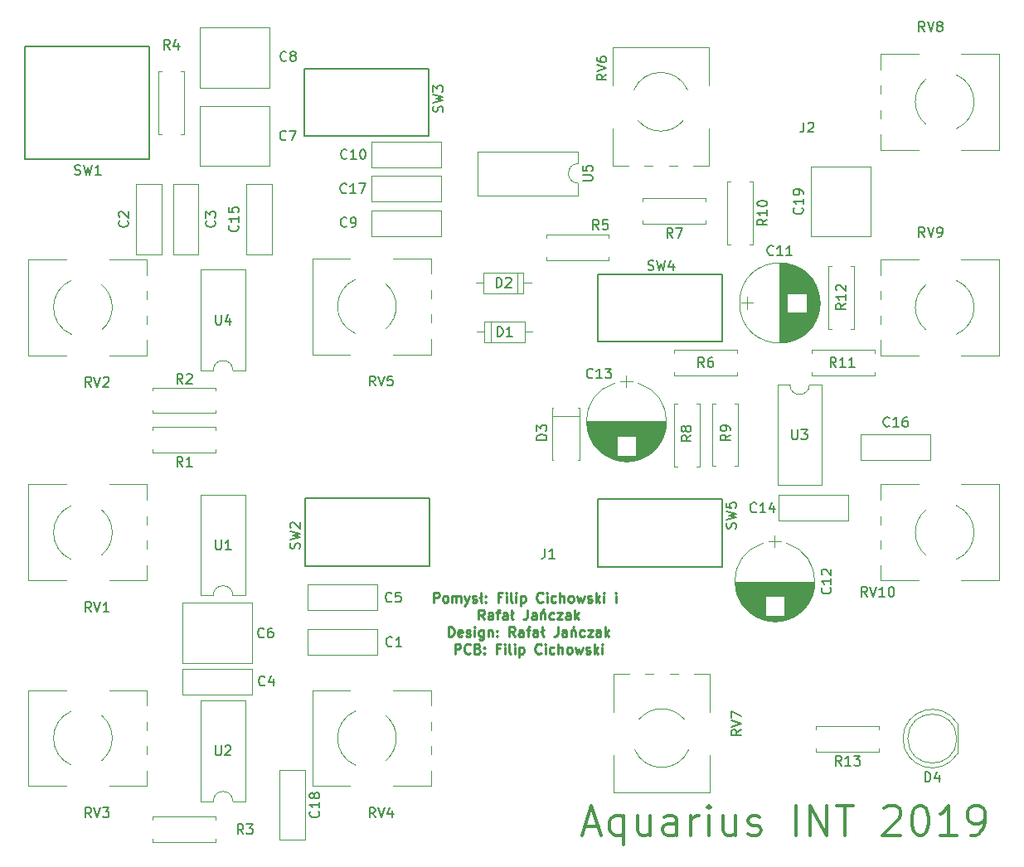
<source format=gto>
G04 #@! TF.GenerationSoftware,KiCad,Pcbnew,(5.0.2)-1*
G04 #@! TF.CreationDate,2019-06-12T12:13:46+02:00*
G04 #@! TF.ProjectId,Aquarius,41717561-7269-4757-932e-6b696361645f,rev?*
G04 #@! TF.SameCoordinates,Original*
G04 #@! TF.FileFunction,Legend,Top*
G04 #@! TF.FilePolarity,Positive*
%FSLAX46Y46*%
G04 Gerber Fmt 4.6, Leading zero omitted, Abs format (unit mm)*
G04 Created by KiCad (PCBNEW (5.0.2)-1) date 12.06.2019 12:13:46*
%MOMM*%
%LPD*%
G01*
G04 APERTURE LIST*
%ADD10C,0.250000*%
%ADD11C,0.300000*%
%ADD12C,0.150000*%
%ADD13C,0.120000*%
G04 APERTURE END LIST*
D10*
X131809523Y-93127380D02*
X131809523Y-92127380D01*
X132190476Y-92127380D01*
X132285714Y-92175000D01*
X132333333Y-92222619D01*
X132380952Y-92317857D01*
X132380952Y-92460714D01*
X132333333Y-92555952D01*
X132285714Y-92603571D01*
X132190476Y-92651190D01*
X131809523Y-92651190D01*
X132952380Y-93127380D02*
X132857142Y-93079761D01*
X132809523Y-93032142D01*
X132761904Y-92936904D01*
X132761904Y-92651190D01*
X132809523Y-92555952D01*
X132857142Y-92508333D01*
X132952380Y-92460714D01*
X133095238Y-92460714D01*
X133190476Y-92508333D01*
X133238095Y-92555952D01*
X133285714Y-92651190D01*
X133285714Y-92936904D01*
X133238095Y-93032142D01*
X133190476Y-93079761D01*
X133095238Y-93127380D01*
X132952380Y-93127380D01*
X133714285Y-93127380D02*
X133714285Y-92460714D01*
X133714285Y-92555952D02*
X133761904Y-92508333D01*
X133857142Y-92460714D01*
X134000000Y-92460714D01*
X134095238Y-92508333D01*
X134142857Y-92603571D01*
X134142857Y-93127380D01*
X134142857Y-92603571D02*
X134190476Y-92508333D01*
X134285714Y-92460714D01*
X134428571Y-92460714D01*
X134523809Y-92508333D01*
X134571428Y-92603571D01*
X134571428Y-93127380D01*
X134952380Y-92460714D02*
X135190476Y-93127380D01*
X135428571Y-92460714D02*
X135190476Y-93127380D01*
X135095238Y-93365476D01*
X135047619Y-93413095D01*
X134952380Y-93460714D01*
X135761904Y-93079761D02*
X135857142Y-93127380D01*
X136047619Y-93127380D01*
X136142857Y-93079761D01*
X136190476Y-92984523D01*
X136190476Y-92936904D01*
X136142857Y-92841666D01*
X136047619Y-92794047D01*
X135904761Y-92794047D01*
X135809523Y-92746428D01*
X135761904Y-92651190D01*
X135761904Y-92603571D01*
X135809523Y-92508333D01*
X135904761Y-92460714D01*
X136047619Y-92460714D01*
X136142857Y-92508333D01*
X136761904Y-93127380D02*
X136666666Y-93079761D01*
X136619047Y-92984523D01*
X136619047Y-92127380D01*
X136476190Y-92651190D02*
X136761904Y-92460714D01*
X137142857Y-93032142D02*
X137190476Y-93079761D01*
X137142857Y-93127380D01*
X137095238Y-93079761D01*
X137142857Y-93032142D01*
X137142857Y-93127380D01*
X137142857Y-92508333D02*
X137190476Y-92555952D01*
X137142857Y-92603571D01*
X137095238Y-92555952D01*
X137142857Y-92508333D01*
X137142857Y-92603571D01*
X138714285Y-92603571D02*
X138380952Y-92603571D01*
X138380952Y-93127380D02*
X138380952Y-92127380D01*
X138857142Y-92127380D01*
X139238095Y-93127380D02*
X139238095Y-92460714D01*
X139238095Y-92127380D02*
X139190476Y-92175000D01*
X139238095Y-92222619D01*
X139285714Y-92175000D01*
X139238095Y-92127380D01*
X139238095Y-92222619D01*
X139857142Y-93127380D02*
X139761904Y-93079761D01*
X139714285Y-92984523D01*
X139714285Y-92127380D01*
X140238095Y-93127380D02*
X140238095Y-92460714D01*
X140238095Y-92127380D02*
X140190476Y-92175000D01*
X140238095Y-92222619D01*
X140285714Y-92175000D01*
X140238095Y-92127380D01*
X140238095Y-92222619D01*
X140714285Y-92460714D02*
X140714285Y-93460714D01*
X140714285Y-92508333D02*
X140809523Y-92460714D01*
X141000000Y-92460714D01*
X141095238Y-92508333D01*
X141142857Y-92555952D01*
X141190476Y-92651190D01*
X141190476Y-92936904D01*
X141142857Y-93032142D01*
X141095238Y-93079761D01*
X141000000Y-93127380D01*
X140809523Y-93127380D01*
X140714285Y-93079761D01*
X142952380Y-93032142D02*
X142904761Y-93079761D01*
X142761904Y-93127380D01*
X142666666Y-93127380D01*
X142523809Y-93079761D01*
X142428571Y-92984523D01*
X142380952Y-92889285D01*
X142333333Y-92698809D01*
X142333333Y-92555952D01*
X142380952Y-92365476D01*
X142428571Y-92270238D01*
X142523809Y-92175000D01*
X142666666Y-92127380D01*
X142761904Y-92127380D01*
X142904761Y-92175000D01*
X142952380Y-92222619D01*
X143380952Y-93127380D02*
X143380952Y-92460714D01*
X143380952Y-92127380D02*
X143333333Y-92175000D01*
X143380952Y-92222619D01*
X143428571Y-92175000D01*
X143380952Y-92127380D01*
X143380952Y-92222619D01*
X144285714Y-93079761D02*
X144190476Y-93127380D01*
X144000000Y-93127380D01*
X143904761Y-93079761D01*
X143857142Y-93032142D01*
X143809523Y-92936904D01*
X143809523Y-92651190D01*
X143857142Y-92555952D01*
X143904761Y-92508333D01*
X144000000Y-92460714D01*
X144190476Y-92460714D01*
X144285714Y-92508333D01*
X144714285Y-93127380D02*
X144714285Y-92127380D01*
X145142857Y-93127380D02*
X145142857Y-92603571D01*
X145095238Y-92508333D01*
X145000000Y-92460714D01*
X144857142Y-92460714D01*
X144761904Y-92508333D01*
X144714285Y-92555952D01*
X145761904Y-93127380D02*
X145666666Y-93079761D01*
X145619047Y-93032142D01*
X145571428Y-92936904D01*
X145571428Y-92651190D01*
X145619047Y-92555952D01*
X145666666Y-92508333D01*
X145761904Y-92460714D01*
X145904761Y-92460714D01*
X146000000Y-92508333D01*
X146047619Y-92555952D01*
X146095238Y-92651190D01*
X146095238Y-92936904D01*
X146047619Y-93032142D01*
X146000000Y-93079761D01*
X145904761Y-93127380D01*
X145761904Y-93127380D01*
X146428571Y-92460714D02*
X146619047Y-93127380D01*
X146809523Y-92651190D01*
X147000000Y-93127380D01*
X147190476Y-92460714D01*
X147523809Y-93079761D02*
X147619047Y-93127380D01*
X147809523Y-93127380D01*
X147904761Y-93079761D01*
X147952380Y-92984523D01*
X147952380Y-92936904D01*
X147904761Y-92841666D01*
X147809523Y-92794047D01*
X147666666Y-92794047D01*
X147571428Y-92746428D01*
X147523809Y-92651190D01*
X147523809Y-92603571D01*
X147571428Y-92508333D01*
X147666666Y-92460714D01*
X147809523Y-92460714D01*
X147904761Y-92508333D01*
X148380952Y-93127380D02*
X148380952Y-92127380D01*
X148476190Y-92746428D02*
X148761904Y-93127380D01*
X148761904Y-92460714D02*
X148380952Y-92841666D01*
X149190476Y-93127380D02*
X149190476Y-92460714D01*
X149190476Y-92127380D02*
X149142857Y-92175000D01*
X149190476Y-92222619D01*
X149238095Y-92175000D01*
X149190476Y-92127380D01*
X149190476Y-92222619D01*
X150428571Y-93127380D02*
X150428571Y-92460714D01*
X150428571Y-92127380D02*
X150380952Y-92175000D01*
X150428571Y-92222619D01*
X150476190Y-92175000D01*
X150428571Y-92127380D01*
X150428571Y-92222619D01*
X137000000Y-94877380D02*
X136666666Y-94401190D01*
X136428571Y-94877380D02*
X136428571Y-93877380D01*
X136809523Y-93877380D01*
X136904761Y-93925000D01*
X136952380Y-93972619D01*
X137000000Y-94067857D01*
X137000000Y-94210714D01*
X136952380Y-94305952D01*
X136904761Y-94353571D01*
X136809523Y-94401190D01*
X136428571Y-94401190D01*
X137857142Y-94877380D02*
X137857142Y-94353571D01*
X137809523Y-94258333D01*
X137714285Y-94210714D01*
X137523809Y-94210714D01*
X137428571Y-94258333D01*
X137857142Y-94829761D02*
X137761904Y-94877380D01*
X137523809Y-94877380D01*
X137428571Y-94829761D01*
X137380952Y-94734523D01*
X137380952Y-94639285D01*
X137428571Y-94544047D01*
X137523809Y-94496428D01*
X137761904Y-94496428D01*
X137857142Y-94448809D01*
X138190476Y-94210714D02*
X138571428Y-94210714D01*
X138333333Y-94877380D02*
X138333333Y-94020238D01*
X138380952Y-93925000D01*
X138476190Y-93877380D01*
X138571428Y-93877380D01*
X139333333Y-94877380D02*
X139333333Y-94353571D01*
X139285714Y-94258333D01*
X139190476Y-94210714D01*
X139000000Y-94210714D01*
X138904761Y-94258333D01*
X139333333Y-94829761D02*
X139238095Y-94877380D01*
X139000000Y-94877380D01*
X138904761Y-94829761D01*
X138857142Y-94734523D01*
X138857142Y-94639285D01*
X138904761Y-94544047D01*
X139000000Y-94496428D01*
X139238095Y-94496428D01*
X139333333Y-94448809D01*
X139952380Y-94877380D02*
X139857142Y-94829761D01*
X139809523Y-94734523D01*
X139809523Y-93877380D01*
X139666666Y-94401190D02*
X139952380Y-94210714D01*
X141380952Y-93877380D02*
X141380952Y-94591666D01*
X141333333Y-94734523D01*
X141238095Y-94829761D01*
X141095238Y-94877380D01*
X141000000Y-94877380D01*
X142285714Y-94877380D02*
X142285714Y-94353571D01*
X142238095Y-94258333D01*
X142142857Y-94210714D01*
X141952380Y-94210714D01*
X141857142Y-94258333D01*
X142285714Y-94829761D02*
X142190476Y-94877380D01*
X141952380Y-94877380D01*
X141857142Y-94829761D01*
X141809523Y-94734523D01*
X141809523Y-94639285D01*
X141857142Y-94544047D01*
X141952380Y-94496428D01*
X142190476Y-94496428D01*
X142285714Y-94448809D01*
X142761904Y-94210714D02*
X142761904Y-94877380D01*
X142761904Y-94305952D02*
X142809523Y-94258333D01*
X142904761Y-94210714D01*
X143047619Y-94210714D01*
X143142857Y-94258333D01*
X143190476Y-94353571D01*
X143190476Y-94877380D01*
X143047619Y-93829761D02*
X142904761Y-93972619D01*
X144095238Y-94829761D02*
X144000000Y-94877380D01*
X143809523Y-94877380D01*
X143714285Y-94829761D01*
X143666666Y-94782142D01*
X143619047Y-94686904D01*
X143619047Y-94401190D01*
X143666666Y-94305952D01*
X143714285Y-94258333D01*
X143809523Y-94210714D01*
X144000000Y-94210714D01*
X144095238Y-94258333D01*
X144428571Y-94210714D02*
X144952380Y-94210714D01*
X144428571Y-94877380D01*
X144952380Y-94877380D01*
X145761904Y-94877380D02*
X145761904Y-94353571D01*
X145714285Y-94258333D01*
X145619047Y-94210714D01*
X145428571Y-94210714D01*
X145333333Y-94258333D01*
X145761904Y-94829761D02*
X145666666Y-94877380D01*
X145428571Y-94877380D01*
X145333333Y-94829761D01*
X145285714Y-94734523D01*
X145285714Y-94639285D01*
X145333333Y-94544047D01*
X145428571Y-94496428D01*
X145666666Y-94496428D01*
X145761904Y-94448809D01*
X146238095Y-94877380D02*
X146238095Y-93877380D01*
X146333333Y-94496428D02*
X146619047Y-94877380D01*
X146619047Y-94210714D02*
X146238095Y-94591666D01*
X133333333Y-96627380D02*
X133333333Y-95627380D01*
X133571428Y-95627380D01*
X133714285Y-95675000D01*
X133809523Y-95770238D01*
X133857142Y-95865476D01*
X133904761Y-96055952D01*
X133904761Y-96198809D01*
X133857142Y-96389285D01*
X133809523Y-96484523D01*
X133714285Y-96579761D01*
X133571428Y-96627380D01*
X133333333Y-96627380D01*
X134714285Y-96579761D02*
X134619047Y-96627380D01*
X134428571Y-96627380D01*
X134333333Y-96579761D01*
X134285714Y-96484523D01*
X134285714Y-96103571D01*
X134333333Y-96008333D01*
X134428571Y-95960714D01*
X134619047Y-95960714D01*
X134714285Y-96008333D01*
X134761904Y-96103571D01*
X134761904Y-96198809D01*
X134285714Y-96294047D01*
X135142857Y-96579761D02*
X135238095Y-96627380D01*
X135428571Y-96627380D01*
X135523809Y-96579761D01*
X135571428Y-96484523D01*
X135571428Y-96436904D01*
X135523809Y-96341666D01*
X135428571Y-96294047D01*
X135285714Y-96294047D01*
X135190476Y-96246428D01*
X135142857Y-96151190D01*
X135142857Y-96103571D01*
X135190476Y-96008333D01*
X135285714Y-95960714D01*
X135428571Y-95960714D01*
X135523809Y-96008333D01*
X136000000Y-96627380D02*
X136000000Y-95960714D01*
X136000000Y-95627380D02*
X135952380Y-95675000D01*
X136000000Y-95722619D01*
X136047619Y-95675000D01*
X136000000Y-95627380D01*
X136000000Y-95722619D01*
X136904761Y-95960714D02*
X136904761Y-96770238D01*
X136857142Y-96865476D01*
X136809523Y-96913095D01*
X136714285Y-96960714D01*
X136571428Y-96960714D01*
X136476190Y-96913095D01*
X136904761Y-96579761D02*
X136809523Y-96627380D01*
X136619047Y-96627380D01*
X136523809Y-96579761D01*
X136476190Y-96532142D01*
X136428571Y-96436904D01*
X136428571Y-96151190D01*
X136476190Y-96055952D01*
X136523809Y-96008333D01*
X136619047Y-95960714D01*
X136809523Y-95960714D01*
X136904761Y-96008333D01*
X137380952Y-95960714D02*
X137380952Y-96627380D01*
X137380952Y-96055952D02*
X137428571Y-96008333D01*
X137523809Y-95960714D01*
X137666666Y-95960714D01*
X137761904Y-96008333D01*
X137809523Y-96103571D01*
X137809523Y-96627380D01*
X138285714Y-96532142D02*
X138333333Y-96579761D01*
X138285714Y-96627380D01*
X138238095Y-96579761D01*
X138285714Y-96532142D01*
X138285714Y-96627380D01*
X138285714Y-96008333D02*
X138333333Y-96055952D01*
X138285714Y-96103571D01*
X138238095Y-96055952D01*
X138285714Y-96008333D01*
X138285714Y-96103571D01*
X140095238Y-96627380D02*
X139761904Y-96151190D01*
X139523809Y-96627380D02*
X139523809Y-95627380D01*
X139904761Y-95627380D01*
X140000000Y-95675000D01*
X140047619Y-95722619D01*
X140095238Y-95817857D01*
X140095238Y-95960714D01*
X140047619Y-96055952D01*
X140000000Y-96103571D01*
X139904761Y-96151190D01*
X139523809Y-96151190D01*
X140952380Y-96627380D02*
X140952380Y-96103571D01*
X140904761Y-96008333D01*
X140809523Y-95960714D01*
X140619047Y-95960714D01*
X140523809Y-96008333D01*
X140952380Y-96579761D02*
X140857142Y-96627380D01*
X140619047Y-96627380D01*
X140523809Y-96579761D01*
X140476190Y-96484523D01*
X140476190Y-96389285D01*
X140523809Y-96294047D01*
X140619047Y-96246428D01*
X140857142Y-96246428D01*
X140952380Y-96198809D01*
X141285714Y-95960714D02*
X141666666Y-95960714D01*
X141428571Y-96627380D02*
X141428571Y-95770238D01*
X141476190Y-95675000D01*
X141571428Y-95627380D01*
X141666666Y-95627380D01*
X142428571Y-96627380D02*
X142428571Y-96103571D01*
X142380952Y-96008333D01*
X142285714Y-95960714D01*
X142095238Y-95960714D01*
X142000000Y-96008333D01*
X142428571Y-96579761D02*
X142333333Y-96627380D01*
X142095238Y-96627380D01*
X142000000Y-96579761D01*
X141952380Y-96484523D01*
X141952380Y-96389285D01*
X142000000Y-96294047D01*
X142095238Y-96246428D01*
X142333333Y-96246428D01*
X142428571Y-96198809D01*
X143047619Y-96627380D02*
X142952380Y-96579761D01*
X142904761Y-96484523D01*
X142904761Y-95627380D01*
X142761904Y-96151190D02*
X143047619Y-95960714D01*
X144476190Y-95627380D02*
X144476190Y-96341666D01*
X144428571Y-96484523D01*
X144333333Y-96579761D01*
X144190476Y-96627380D01*
X144095238Y-96627380D01*
X145380952Y-96627380D02*
X145380952Y-96103571D01*
X145333333Y-96008333D01*
X145238095Y-95960714D01*
X145047619Y-95960714D01*
X144952380Y-96008333D01*
X145380952Y-96579761D02*
X145285714Y-96627380D01*
X145047619Y-96627380D01*
X144952380Y-96579761D01*
X144904761Y-96484523D01*
X144904761Y-96389285D01*
X144952380Y-96294047D01*
X145047619Y-96246428D01*
X145285714Y-96246428D01*
X145380952Y-96198809D01*
X145857142Y-95960714D02*
X145857142Y-96627380D01*
X145857142Y-96055952D02*
X145904761Y-96008333D01*
X146000000Y-95960714D01*
X146142857Y-95960714D01*
X146238095Y-96008333D01*
X146285714Y-96103571D01*
X146285714Y-96627380D01*
X146142857Y-95579761D02*
X146000000Y-95722619D01*
X147190476Y-96579761D02*
X147095238Y-96627380D01*
X146904761Y-96627380D01*
X146809523Y-96579761D01*
X146761904Y-96532142D01*
X146714285Y-96436904D01*
X146714285Y-96151190D01*
X146761904Y-96055952D01*
X146809523Y-96008333D01*
X146904761Y-95960714D01*
X147095238Y-95960714D01*
X147190476Y-96008333D01*
X147523809Y-95960714D02*
X148047619Y-95960714D01*
X147523809Y-96627380D01*
X148047619Y-96627380D01*
X148857142Y-96627380D02*
X148857142Y-96103571D01*
X148809523Y-96008333D01*
X148714285Y-95960714D01*
X148523809Y-95960714D01*
X148428571Y-96008333D01*
X148857142Y-96579761D02*
X148761904Y-96627380D01*
X148523809Y-96627380D01*
X148428571Y-96579761D01*
X148380952Y-96484523D01*
X148380952Y-96389285D01*
X148428571Y-96294047D01*
X148523809Y-96246428D01*
X148761904Y-96246428D01*
X148857142Y-96198809D01*
X149333333Y-96627380D02*
X149333333Y-95627380D01*
X149428571Y-96246428D02*
X149714285Y-96627380D01*
X149714285Y-95960714D02*
X149333333Y-96341666D01*
X133976190Y-98377380D02*
X133976190Y-97377380D01*
X134357142Y-97377380D01*
X134452380Y-97425000D01*
X134500000Y-97472619D01*
X134547619Y-97567857D01*
X134547619Y-97710714D01*
X134500000Y-97805952D01*
X134452380Y-97853571D01*
X134357142Y-97901190D01*
X133976190Y-97901190D01*
X135547619Y-98282142D02*
X135500000Y-98329761D01*
X135357142Y-98377380D01*
X135261904Y-98377380D01*
X135119047Y-98329761D01*
X135023809Y-98234523D01*
X134976190Y-98139285D01*
X134928571Y-97948809D01*
X134928571Y-97805952D01*
X134976190Y-97615476D01*
X135023809Y-97520238D01*
X135119047Y-97425000D01*
X135261904Y-97377380D01*
X135357142Y-97377380D01*
X135500000Y-97425000D01*
X135547619Y-97472619D01*
X136309523Y-97853571D02*
X136452380Y-97901190D01*
X136500000Y-97948809D01*
X136547619Y-98044047D01*
X136547619Y-98186904D01*
X136500000Y-98282142D01*
X136452380Y-98329761D01*
X136357142Y-98377380D01*
X135976190Y-98377380D01*
X135976190Y-97377380D01*
X136309523Y-97377380D01*
X136404761Y-97425000D01*
X136452380Y-97472619D01*
X136500000Y-97567857D01*
X136500000Y-97663095D01*
X136452380Y-97758333D01*
X136404761Y-97805952D01*
X136309523Y-97853571D01*
X135976190Y-97853571D01*
X136976190Y-98282142D02*
X137023809Y-98329761D01*
X136976190Y-98377380D01*
X136928571Y-98329761D01*
X136976190Y-98282142D01*
X136976190Y-98377380D01*
X136976190Y-97758333D02*
X137023809Y-97805952D01*
X136976190Y-97853571D01*
X136928571Y-97805952D01*
X136976190Y-97758333D01*
X136976190Y-97853571D01*
X138547619Y-97853571D02*
X138214285Y-97853571D01*
X138214285Y-98377380D02*
X138214285Y-97377380D01*
X138690476Y-97377380D01*
X139071428Y-98377380D02*
X139071428Y-97710714D01*
X139071428Y-97377380D02*
X139023809Y-97425000D01*
X139071428Y-97472619D01*
X139119047Y-97425000D01*
X139071428Y-97377380D01*
X139071428Y-97472619D01*
X139690476Y-98377380D02*
X139595238Y-98329761D01*
X139547619Y-98234523D01*
X139547619Y-97377380D01*
X140071428Y-98377380D02*
X140071428Y-97710714D01*
X140071428Y-97377380D02*
X140023809Y-97425000D01*
X140071428Y-97472619D01*
X140119047Y-97425000D01*
X140071428Y-97377380D01*
X140071428Y-97472619D01*
X140547619Y-97710714D02*
X140547619Y-98710714D01*
X140547619Y-97758333D02*
X140642857Y-97710714D01*
X140833333Y-97710714D01*
X140928571Y-97758333D01*
X140976190Y-97805952D01*
X141023809Y-97901190D01*
X141023809Y-98186904D01*
X140976190Y-98282142D01*
X140928571Y-98329761D01*
X140833333Y-98377380D01*
X140642857Y-98377380D01*
X140547619Y-98329761D01*
X142785714Y-98282142D02*
X142738095Y-98329761D01*
X142595238Y-98377380D01*
X142500000Y-98377380D01*
X142357142Y-98329761D01*
X142261904Y-98234523D01*
X142214285Y-98139285D01*
X142166666Y-97948809D01*
X142166666Y-97805952D01*
X142214285Y-97615476D01*
X142261904Y-97520238D01*
X142357142Y-97425000D01*
X142500000Y-97377380D01*
X142595238Y-97377380D01*
X142738095Y-97425000D01*
X142785714Y-97472619D01*
X143214285Y-98377380D02*
X143214285Y-97710714D01*
X143214285Y-97377380D02*
X143166666Y-97425000D01*
X143214285Y-97472619D01*
X143261904Y-97425000D01*
X143214285Y-97377380D01*
X143214285Y-97472619D01*
X144119047Y-98329761D02*
X144023809Y-98377380D01*
X143833333Y-98377380D01*
X143738095Y-98329761D01*
X143690476Y-98282142D01*
X143642857Y-98186904D01*
X143642857Y-97901190D01*
X143690476Y-97805952D01*
X143738095Y-97758333D01*
X143833333Y-97710714D01*
X144023809Y-97710714D01*
X144119047Y-97758333D01*
X144547619Y-98377380D02*
X144547619Y-97377380D01*
X144976190Y-98377380D02*
X144976190Y-97853571D01*
X144928571Y-97758333D01*
X144833333Y-97710714D01*
X144690476Y-97710714D01*
X144595238Y-97758333D01*
X144547619Y-97805952D01*
X145595238Y-98377380D02*
X145500000Y-98329761D01*
X145452380Y-98282142D01*
X145404761Y-98186904D01*
X145404761Y-97901190D01*
X145452380Y-97805952D01*
X145500000Y-97758333D01*
X145595238Y-97710714D01*
X145738095Y-97710714D01*
X145833333Y-97758333D01*
X145880952Y-97805952D01*
X145928571Y-97901190D01*
X145928571Y-98186904D01*
X145880952Y-98282142D01*
X145833333Y-98329761D01*
X145738095Y-98377380D01*
X145595238Y-98377380D01*
X146261904Y-97710714D02*
X146452380Y-98377380D01*
X146642857Y-97901190D01*
X146833333Y-98377380D01*
X147023809Y-97710714D01*
X147357142Y-98329761D02*
X147452380Y-98377380D01*
X147642857Y-98377380D01*
X147738095Y-98329761D01*
X147785714Y-98234523D01*
X147785714Y-98186904D01*
X147738095Y-98091666D01*
X147642857Y-98044047D01*
X147500000Y-98044047D01*
X147404761Y-97996428D01*
X147357142Y-97901190D01*
X147357142Y-97853571D01*
X147404761Y-97758333D01*
X147500000Y-97710714D01*
X147642857Y-97710714D01*
X147738095Y-97758333D01*
X148214285Y-98377380D02*
X148214285Y-97377380D01*
X148309523Y-97996428D02*
X148595238Y-98377380D01*
X148595238Y-97710714D02*
X148214285Y-98091666D01*
X149023809Y-98377380D02*
X149023809Y-97710714D01*
X149023809Y-97377380D02*
X148976190Y-97425000D01*
X149023809Y-97472619D01*
X149071428Y-97425000D01*
X149023809Y-97377380D01*
X149023809Y-97472619D01*
D11*
X147221428Y-116050000D02*
X148650000Y-116050000D01*
X146935714Y-116907142D02*
X147935714Y-113907142D01*
X148935714Y-116907142D01*
X151221428Y-114907142D02*
X151221428Y-117907142D01*
X151221428Y-116764285D02*
X150935714Y-116907142D01*
X150364285Y-116907142D01*
X150078571Y-116764285D01*
X149935714Y-116621428D01*
X149792857Y-116335714D01*
X149792857Y-115478571D01*
X149935714Y-115192857D01*
X150078571Y-115050000D01*
X150364285Y-114907142D01*
X150935714Y-114907142D01*
X151221428Y-115050000D01*
X153935714Y-114907142D02*
X153935714Y-116907142D01*
X152650000Y-114907142D02*
X152650000Y-116478571D01*
X152792857Y-116764285D01*
X153078571Y-116907142D01*
X153507142Y-116907142D01*
X153792857Y-116764285D01*
X153935714Y-116621428D01*
X156650000Y-116907142D02*
X156650000Y-115335714D01*
X156507142Y-115050000D01*
X156221428Y-114907142D01*
X155650000Y-114907142D01*
X155364285Y-115050000D01*
X156650000Y-116764285D02*
X156364285Y-116907142D01*
X155650000Y-116907142D01*
X155364285Y-116764285D01*
X155221428Y-116478571D01*
X155221428Y-116192857D01*
X155364285Y-115907142D01*
X155650000Y-115764285D01*
X156364285Y-115764285D01*
X156650000Y-115621428D01*
X158078571Y-116907142D02*
X158078571Y-114907142D01*
X158078571Y-115478571D02*
X158221428Y-115192857D01*
X158364285Y-115050000D01*
X158650000Y-114907142D01*
X158935714Y-114907142D01*
X159935714Y-116907142D02*
X159935714Y-114907142D01*
X159935714Y-113907142D02*
X159792857Y-114050000D01*
X159935714Y-114192857D01*
X160078571Y-114050000D01*
X159935714Y-113907142D01*
X159935714Y-114192857D01*
X162650000Y-114907142D02*
X162650000Y-116907142D01*
X161364285Y-114907142D02*
X161364285Y-116478571D01*
X161507142Y-116764285D01*
X161792857Y-116907142D01*
X162221428Y-116907142D01*
X162507142Y-116764285D01*
X162650000Y-116621428D01*
X163935714Y-116764285D02*
X164221428Y-116907142D01*
X164792857Y-116907142D01*
X165078571Y-116764285D01*
X165221428Y-116478571D01*
X165221428Y-116335714D01*
X165078571Y-116050000D01*
X164792857Y-115907142D01*
X164364285Y-115907142D01*
X164078571Y-115764285D01*
X163935714Y-115478571D01*
X163935714Y-115335714D01*
X164078571Y-115050000D01*
X164364285Y-114907142D01*
X164792857Y-114907142D01*
X165078571Y-115050000D01*
X168792857Y-116907142D02*
X168792857Y-113907142D01*
X170221428Y-116907142D02*
X170221428Y-113907142D01*
X171935714Y-116907142D01*
X171935714Y-113907142D01*
X172935714Y-113907142D02*
X174650000Y-113907142D01*
X173792857Y-116907142D02*
X173792857Y-113907142D01*
X177792857Y-114192857D02*
X177935714Y-114050000D01*
X178221428Y-113907142D01*
X178935714Y-113907142D01*
X179221428Y-114050000D01*
X179364285Y-114192857D01*
X179507142Y-114478571D01*
X179507142Y-114764285D01*
X179364285Y-115192857D01*
X177650000Y-116907142D01*
X179507142Y-116907142D01*
X181364285Y-113907142D02*
X181650000Y-113907142D01*
X181935714Y-114050000D01*
X182078571Y-114192857D01*
X182221428Y-114478571D01*
X182364285Y-115050000D01*
X182364285Y-115764285D01*
X182221428Y-116335714D01*
X182078571Y-116621428D01*
X181935714Y-116764285D01*
X181650000Y-116907142D01*
X181364285Y-116907142D01*
X181078571Y-116764285D01*
X180935714Y-116621428D01*
X180792857Y-116335714D01*
X180650000Y-115764285D01*
X180650000Y-115050000D01*
X180792857Y-114478571D01*
X180935714Y-114192857D01*
X181078571Y-114050000D01*
X181364285Y-113907142D01*
X185221428Y-116907142D02*
X183507142Y-116907142D01*
X184364285Y-116907142D02*
X184364285Y-113907142D01*
X184078571Y-114335714D01*
X183792857Y-114621428D01*
X183507142Y-114764285D01*
X186650000Y-116907142D02*
X187221428Y-116907142D01*
X187507142Y-116764285D01*
X187650000Y-116621428D01*
X187935714Y-116192857D01*
X188078571Y-115621428D01*
X188078571Y-114478571D01*
X187935714Y-114192857D01*
X187792857Y-114050000D01*
X187507142Y-113907142D01*
X186935714Y-113907142D01*
X186650000Y-114050000D01*
X186507142Y-114192857D01*
X186364285Y-114478571D01*
X186364285Y-115192857D01*
X186507142Y-115478571D01*
X186650000Y-115621428D01*
X186935714Y-115764285D01*
X187507142Y-115764285D01*
X187792857Y-115621428D01*
X187935714Y-115478571D01*
X188078571Y-115192857D01*
D12*
G04 #@! TO.C,SW2*
X118700000Y-82500000D02*
X131400000Y-82500000D01*
X118700000Y-89400000D02*
X118700000Y-82500000D01*
X131400000Y-89400000D02*
X118700000Y-89400000D01*
X131400000Y-82500000D02*
X131400000Y-89400000D01*
G04 #@! TO.C,SW3*
X131300000Y-45500000D02*
X118600000Y-45500000D01*
X131300000Y-38600000D02*
X131300000Y-45500000D01*
X118600000Y-38600000D02*
X131300000Y-38600000D01*
X118600000Y-45500000D02*
X118600000Y-38600000D01*
G04 #@! TO.C,SW5*
X161300000Y-89500000D02*
X148600000Y-89500000D01*
X161300000Y-82600000D02*
X161300000Y-89500000D01*
X148600000Y-82600000D02*
X161300000Y-82600000D01*
X148600000Y-89500000D02*
X148600000Y-82600000D01*
G04 #@! TO.C,SW4*
X161300000Y-66500000D02*
X148600000Y-66500000D01*
X161300000Y-59600000D02*
X161300000Y-66500000D01*
X148600000Y-59600000D02*
X161300000Y-59600000D01*
X148600000Y-66500000D02*
X148600000Y-59600000D01*
D13*
G04 #@! TO.C,U4*
X109310000Y-69430000D02*
G75*
G02X111310000Y-69430000I1000000J0D01*
G01*
X111310000Y-69430000D02*
X112560000Y-69430000D01*
X112560000Y-69430000D02*
X112560000Y-59150000D01*
X112560000Y-59150000D02*
X108060000Y-59150000D01*
X108060000Y-59150000D02*
X108060000Y-69430000D01*
X108060000Y-69430000D02*
X109310000Y-69430000D01*
G04 #@! TO.C,C18*
X116090000Y-117410000D02*
X116090000Y-110290000D01*
X118710000Y-117410000D02*
X118710000Y-110290000D01*
X116090000Y-117410000D02*
X118710000Y-117410000D01*
X116090000Y-110290000D02*
X118710000Y-110290000D01*
G04 #@! TO.C,U2*
X108060000Y-113450000D02*
X109310000Y-113450000D01*
X108060000Y-103170000D02*
X108060000Y-113450000D01*
X112560000Y-103170000D02*
X108060000Y-103170000D01*
X112560000Y-113450000D02*
X112560000Y-103170000D01*
X111310000Y-113450000D02*
X112560000Y-113450000D01*
X109310000Y-113450000D02*
G75*
G02X111310000Y-113450000I1000000J0D01*
G01*
D12*
G04 #@! TO.C,SW1*
X90100000Y-47850000D02*
X90100000Y-36350000D01*
X90100000Y-36350000D02*
X102800000Y-36350000D01*
X102800000Y-36350000D02*
X102800000Y-47750000D01*
X102800000Y-47750000D02*
X102800000Y-47850000D01*
X102800000Y-47850000D02*
X90100000Y-47850000D01*
D13*
G04 #@! TO.C,U1*
X109310000Y-92430000D02*
G75*
G02X111310000Y-92430000I1000000J0D01*
G01*
X111310000Y-92430000D02*
X112560000Y-92430000D01*
X112560000Y-92430000D02*
X112560000Y-82150000D01*
X112560000Y-82150000D02*
X108060000Y-82150000D01*
X108060000Y-82150000D02*
X108060000Y-92430000D01*
X108060000Y-92430000D02*
X109310000Y-92430000D01*
G04 #@! TO.C,RV3*
X90440000Y-111910000D02*
X90440000Y-102090000D01*
X102560000Y-103675000D02*
X102560000Y-102090000D01*
X102560000Y-106175000D02*
X102560000Y-105325000D01*
X102560000Y-108675000D02*
X102560000Y-107825000D01*
X102560000Y-111910000D02*
X102560000Y-110325000D01*
X94305000Y-102090000D02*
X90440000Y-102090000D01*
X102560000Y-102090000D02*
X98694000Y-102090000D01*
X94305000Y-111910000D02*
X90440000Y-111910000D01*
X102560000Y-111910000D02*
X98694000Y-111910000D01*
X97928295Y-104702247D02*
G75*
G02X97928000Y-109298000I-1928295J-2297753D01*
G01*
X94828018Y-109762432D02*
G75*
G02X94827000Y-104238000I1171982J2762432D01*
G01*
G04 #@! TO.C,C7*
X115060000Y-48560000D02*
X107940000Y-48560000D01*
X115060000Y-42440000D02*
X107940000Y-42440000D01*
X115060000Y-48560000D02*
X115060000Y-42440000D01*
X107940000Y-48560000D02*
X107940000Y-42440000D01*
G04 #@! TO.C,C1*
X126060000Y-98510000D02*
X118940000Y-98510000D01*
X126060000Y-95890000D02*
X118940000Y-95890000D01*
X126060000Y-98510000D02*
X126060000Y-95890000D01*
X118940000Y-98510000D02*
X118940000Y-95890000D01*
G04 #@! TO.C,C2*
X101440000Y-50440000D02*
X104060000Y-50440000D01*
X101440000Y-57560000D02*
X104060000Y-57560000D01*
X104060000Y-57560000D02*
X104060000Y-50440000D01*
X101440000Y-57560000D02*
X101440000Y-50440000D01*
G04 #@! TO.C,C3*
X105190000Y-57560000D02*
X105190000Y-50440000D01*
X107810000Y-57560000D02*
X107810000Y-50440000D01*
X105190000Y-57560000D02*
X107810000Y-57560000D01*
X105190000Y-50440000D02*
X107810000Y-50440000D01*
G04 #@! TO.C,C4*
X113310000Y-99940000D02*
X113310000Y-102560000D01*
X106190000Y-99940000D02*
X106190000Y-102560000D01*
X106190000Y-102560000D02*
X113310000Y-102560000D01*
X106190000Y-99940000D02*
X113310000Y-99940000D01*
G04 #@! TO.C,C5*
X126060000Y-91290000D02*
X126060000Y-93910000D01*
X118940000Y-91290000D02*
X118940000Y-93910000D01*
X118940000Y-93910000D02*
X126060000Y-93910000D01*
X118940000Y-91290000D02*
X126060000Y-91290000D01*
G04 #@! TO.C,C6*
X113310000Y-99310000D02*
X106190000Y-99310000D01*
X113310000Y-93190000D02*
X106190000Y-93190000D01*
X113310000Y-99310000D02*
X113310000Y-93190000D01*
X106190000Y-99310000D02*
X106190000Y-93190000D01*
G04 #@! TO.C,C8*
X107940000Y-40560000D02*
X107940000Y-34440000D01*
X115060000Y-40560000D02*
X115060000Y-34440000D01*
X115060000Y-34440000D02*
X107940000Y-34440000D01*
X115060000Y-40560000D02*
X107940000Y-40560000D01*
G04 #@! TO.C,C9*
X132560000Y-53090000D02*
X132560000Y-55710000D01*
X125440000Y-53090000D02*
X125440000Y-55710000D01*
X125440000Y-55710000D02*
X132560000Y-55710000D01*
X125440000Y-53090000D02*
X132560000Y-53090000D01*
G04 #@! TO.C,C10*
X132560000Y-49590000D02*
X132560000Y-52210000D01*
X125440000Y-49590000D02*
X125440000Y-52210000D01*
X125440000Y-52210000D02*
X132560000Y-52210000D01*
X125440000Y-49590000D02*
X132560000Y-49590000D01*
G04 #@! TO.C,C11*
X163800000Y-61900000D02*
X163800000Y-63200000D01*
X163200000Y-62550000D02*
X164400000Y-62550000D01*
X171231000Y-62304000D02*
X171231000Y-62796000D01*
X171191000Y-61952000D02*
X171191000Y-63148000D01*
X171151000Y-61736000D02*
X171151000Y-63364000D01*
X171111000Y-61567000D02*
X171111000Y-63533000D01*
X171071000Y-61423000D02*
X171071000Y-63677000D01*
X171031000Y-61296000D02*
X171031000Y-63804000D01*
X170991000Y-61181000D02*
X170991000Y-63919000D01*
X170951000Y-61077000D02*
X170951000Y-64023000D01*
X170911000Y-60980000D02*
X170911000Y-64120000D01*
X170871000Y-60890000D02*
X170871000Y-64210000D01*
X170831000Y-60805000D02*
X170831000Y-64295000D01*
X170791000Y-60724000D02*
X170791000Y-64376000D01*
X170751000Y-60648000D02*
X170751000Y-64452000D01*
X170711000Y-60576000D02*
X170711000Y-64524000D01*
X170671000Y-60507000D02*
X170671000Y-64593000D01*
X170631000Y-60441000D02*
X170631000Y-64659000D01*
X170591000Y-60377000D02*
X170591000Y-64723000D01*
X170551000Y-60316000D02*
X170551000Y-64784000D01*
X170511000Y-60257000D02*
X170511000Y-64843000D01*
X170471000Y-60201000D02*
X170471000Y-64899000D01*
X170431000Y-60146000D02*
X170431000Y-64954000D01*
X170391000Y-60093000D02*
X170391000Y-65007000D01*
X170351000Y-60042000D02*
X170351000Y-65058000D01*
X170311000Y-59993000D02*
X170311000Y-65107000D01*
X170271000Y-59945000D02*
X170271000Y-65155000D01*
X170231000Y-59898000D02*
X170231000Y-65202000D01*
X170191000Y-59853000D02*
X170191000Y-65247000D01*
X170151000Y-59810000D02*
X170151000Y-65290000D01*
X170111000Y-59767000D02*
X170111000Y-65333000D01*
X170071000Y-59726000D02*
X170071000Y-65374000D01*
X170031000Y-59685000D02*
X170031000Y-65415000D01*
X169991000Y-59646000D02*
X169991000Y-65454000D01*
X169951000Y-59608000D02*
X169951000Y-65492000D01*
X169911000Y-59571000D02*
X169911000Y-65529000D01*
X169871000Y-63530000D02*
X169871000Y-65565000D01*
X169871000Y-59535000D02*
X169871000Y-61570000D01*
X169831000Y-63530000D02*
X169831000Y-65600000D01*
X169831000Y-59500000D02*
X169831000Y-61570000D01*
X169791000Y-63530000D02*
X169791000Y-65634000D01*
X169791000Y-59466000D02*
X169791000Y-61570000D01*
X169751000Y-63530000D02*
X169751000Y-65668000D01*
X169751000Y-59432000D02*
X169751000Y-61570000D01*
X169711000Y-63530000D02*
X169711000Y-65700000D01*
X169711000Y-59400000D02*
X169711000Y-61570000D01*
X169671000Y-63530000D02*
X169671000Y-65732000D01*
X169671000Y-59368000D02*
X169671000Y-61570000D01*
X169631000Y-63530000D02*
X169631000Y-65763000D01*
X169631000Y-59337000D02*
X169631000Y-61570000D01*
X169591000Y-63530000D02*
X169591000Y-65793000D01*
X169591000Y-59307000D02*
X169591000Y-61570000D01*
X169551000Y-63530000D02*
X169551000Y-65822000D01*
X169551000Y-59278000D02*
X169551000Y-61570000D01*
X169511000Y-63530000D02*
X169511000Y-65851000D01*
X169511000Y-59249000D02*
X169511000Y-61570000D01*
X169471000Y-63530000D02*
X169471000Y-65879000D01*
X169471000Y-59221000D02*
X169471000Y-61570000D01*
X169431000Y-63530000D02*
X169431000Y-65906000D01*
X169431000Y-59194000D02*
X169431000Y-61570000D01*
X169391000Y-63530000D02*
X169391000Y-65933000D01*
X169391000Y-59167000D02*
X169391000Y-61570000D01*
X169351000Y-63530000D02*
X169351000Y-65958000D01*
X169351000Y-59142000D02*
X169351000Y-61570000D01*
X169311000Y-63530000D02*
X169311000Y-65984000D01*
X169311000Y-59116000D02*
X169311000Y-61570000D01*
X169271000Y-63530000D02*
X169271000Y-66008000D01*
X169271000Y-59092000D02*
X169271000Y-61570000D01*
X169231000Y-63530000D02*
X169231000Y-66032000D01*
X169231000Y-59068000D02*
X169231000Y-61570000D01*
X169191000Y-63530000D02*
X169191000Y-66055000D01*
X169191000Y-59045000D02*
X169191000Y-61570000D01*
X169151000Y-63530000D02*
X169151000Y-66078000D01*
X169151000Y-59022000D02*
X169151000Y-61570000D01*
X169111000Y-63530000D02*
X169111000Y-66100000D01*
X169111000Y-59000000D02*
X169111000Y-61570000D01*
X169071000Y-63530000D02*
X169071000Y-66122000D01*
X169071000Y-58978000D02*
X169071000Y-61570000D01*
X169031000Y-63530000D02*
X169031000Y-66143000D01*
X169031000Y-58957000D02*
X169031000Y-61570000D01*
X168991000Y-63530000D02*
X168991000Y-66163000D01*
X168991000Y-58937000D02*
X168991000Y-61570000D01*
X168951000Y-63530000D02*
X168951000Y-66183000D01*
X168951000Y-58917000D02*
X168951000Y-61570000D01*
X168911000Y-63530000D02*
X168911000Y-66202000D01*
X168911000Y-58898000D02*
X168911000Y-61570000D01*
X168871000Y-63530000D02*
X168871000Y-66221000D01*
X168871000Y-58879000D02*
X168871000Y-61570000D01*
X168831000Y-63530000D02*
X168831000Y-66240000D01*
X168831000Y-58860000D02*
X168831000Y-61570000D01*
X168791000Y-63530000D02*
X168791000Y-66257000D01*
X168791000Y-58843000D02*
X168791000Y-61570000D01*
X168751000Y-63530000D02*
X168751000Y-66275000D01*
X168751000Y-58825000D02*
X168751000Y-61570000D01*
X168711000Y-63530000D02*
X168711000Y-66291000D01*
X168711000Y-58809000D02*
X168711000Y-61570000D01*
X168671000Y-63530000D02*
X168671000Y-66308000D01*
X168671000Y-58792000D02*
X168671000Y-61570000D01*
X168631000Y-63530000D02*
X168631000Y-66323000D01*
X168631000Y-58777000D02*
X168631000Y-61570000D01*
X168591000Y-63530000D02*
X168591000Y-66339000D01*
X168591000Y-58761000D02*
X168591000Y-61570000D01*
X168551000Y-63530000D02*
X168551000Y-66353000D01*
X168551000Y-58747000D02*
X168551000Y-61570000D01*
X168511000Y-63530000D02*
X168511000Y-66368000D01*
X168511000Y-58732000D02*
X168511000Y-61570000D01*
X168471000Y-63530000D02*
X168471000Y-66382000D01*
X168471000Y-58718000D02*
X168471000Y-61570000D01*
X168431000Y-63530000D02*
X168431000Y-66395000D01*
X168431000Y-58705000D02*
X168431000Y-61570000D01*
X168391000Y-63530000D02*
X168391000Y-66408000D01*
X168391000Y-58692000D02*
X168391000Y-61570000D01*
X168351000Y-63530000D02*
X168351000Y-66420000D01*
X168351000Y-58680000D02*
X168351000Y-61570000D01*
X168311000Y-63530000D02*
X168311000Y-66433000D01*
X168311000Y-58667000D02*
X168311000Y-61570000D01*
X168271000Y-63530000D02*
X168271000Y-66444000D01*
X168271000Y-58656000D02*
X168271000Y-61570000D01*
X168231000Y-63530000D02*
X168231000Y-66455000D01*
X168231000Y-58645000D02*
X168231000Y-61570000D01*
X168191000Y-63530000D02*
X168191000Y-66466000D01*
X168191000Y-58634000D02*
X168191000Y-61570000D01*
X168151000Y-63530000D02*
X168151000Y-66476000D01*
X168151000Y-58624000D02*
X168151000Y-61570000D01*
X168111000Y-63530000D02*
X168111000Y-66486000D01*
X168111000Y-58614000D02*
X168111000Y-61570000D01*
X168071000Y-63530000D02*
X168071000Y-66496000D01*
X168071000Y-58604000D02*
X168071000Y-61570000D01*
X168031000Y-63530000D02*
X168031000Y-66505000D01*
X168031000Y-58595000D02*
X168031000Y-61570000D01*
X167991000Y-63530000D02*
X167991000Y-66513000D01*
X167991000Y-58587000D02*
X167991000Y-61570000D01*
X167951000Y-63530000D02*
X167951000Y-66521000D01*
X167951000Y-58579000D02*
X167951000Y-61570000D01*
X167911000Y-58571000D02*
X167911000Y-66529000D01*
X167871000Y-58563000D02*
X167871000Y-66537000D01*
X167830000Y-58556000D02*
X167830000Y-66544000D01*
X167790000Y-58550000D02*
X167790000Y-66550000D01*
X167750000Y-58544000D02*
X167750000Y-66556000D01*
X167710000Y-58538000D02*
X167710000Y-66562000D01*
X167670000Y-58533000D02*
X167670000Y-66567000D01*
X167630000Y-58528000D02*
X167630000Y-66572000D01*
X167590000Y-58523000D02*
X167590000Y-66577000D01*
X167550000Y-58519000D02*
X167550000Y-66581000D01*
X167510000Y-58515000D02*
X167510000Y-66585000D01*
X167470000Y-58512000D02*
X167470000Y-66588000D01*
X167430000Y-58509000D02*
X167430000Y-66591000D01*
X167390000Y-58507000D02*
X167390000Y-66593000D01*
X167350000Y-58504000D02*
X167350000Y-66596000D01*
X167310000Y-58503000D02*
X167310000Y-66597000D01*
X167270000Y-58501000D02*
X167270000Y-66599000D01*
X167230000Y-58500000D02*
X167230000Y-66600000D01*
X167190000Y-58500000D02*
X167190000Y-66600000D01*
X167150000Y-58500000D02*
X167150000Y-66600000D01*
X171240000Y-62550000D02*
G75*
G03X171240000Y-62550000I-4090000J0D01*
G01*
G04 #@! TO.C,C13*
X152150000Y-70550000D02*
X150850000Y-70550000D01*
X151500000Y-69950000D02*
X151500000Y-71150000D01*
X151746000Y-78731000D02*
X151254000Y-78731000D01*
X152098000Y-78691000D02*
X150902000Y-78691000D01*
X152314000Y-78651000D02*
X150686000Y-78651000D01*
X152483000Y-78611000D02*
X150517000Y-78611000D01*
X152627000Y-78571000D02*
X150373000Y-78571000D01*
X152754000Y-78531000D02*
X150246000Y-78531000D01*
X152869000Y-78491000D02*
X150131000Y-78491000D01*
X152973000Y-78451000D02*
X150027000Y-78451000D01*
X153070000Y-78411000D02*
X149930000Y-78411000D01*
X153160000Y-78371000D02*
X149840000Y-78371000D01*
X153245000Y-78331000D02*
X149755000Y-78331000D01*
X153326000Y-78291000D02*
X149674000Y-78291000D01*
X153402000Y-78251000D02*
X149598000Y-78251000D01*
X153474000Y-78211000D02*
X149526000Y-78211000D01*
X153543000Y-78171000D02*
X149457000Y-78171000D01*
X153609000Y-78131000D02*
X149391000Y-78131000D01*
X150520000Y-78091000D02*
X149327000Y-78091000D01*
X153673000Y-78091000D02*
X152480000Y-78091000D01*
X150520000Y-78051000D02*
X149266000Y-78051000D01*
X153734000Y-78051000D02*
X152480000Y-78051000D01*
X150520000Y-78011000D02*
X149207000Y-78011000D01*
X153793000Y-78011000D02*
X152480000Y-78011000D01*
X150520000Y-77971000D02*
X149151000Y-77971000D01*
X153849000Y-77971000D02*
X152480000Y-77971000D01*
X150520000Y-77931000D02*
X149096000Y-77931000D01*
X153904000Y-77931000D02*
X152480000Y-77931000D01*
X150520000Y-77891000D02*
X149043000Y-77891000D01*
X153957000Y-77891000D02*
X152480000Y-77891000D01*
X150520000Y-77851000D02*
X148992000Y-77851000D01*
X154008000Y-77851000D02*
X152480000Y-77851000D01*
X150520000Y-77811000D02*
X148943000Y-77811000D01*
X154057000Y-77811000D02*
X152480000Y-77811000D01*
X150520000Y-77771000D02*
X148895000Y-77771000D01*
X154105000Y-77771000D02*
X152480000Y-77771000D01*
X150520000Y-77731000D02*
X148848000Y-77731000D01*
X154152000Y-77731000D02*
X152480000Y-77731000D01*
X150520000Y-77691000D02*
X148803000Y-77691000D01*
X154197000Y-77691000D02*
X152480000Y-77691000D01*
X150520000Y-77651000D02*
X148760000Y-77651000D01*
X154240000Y-77651000D02*
X152480000Y-77651000D01*
X150520000Y-77611000D02*
X148717000Y-77611000D01*
X154283000Y-77611000D02*
X152480000Y-77611000D01*
X150520000Y-77571000D02*
X148676000Y-77571000D01*
X154324000Y-77571000D02*
X152480000Y-77571000D01*
X150520000Y-77531000D02*
X148635000Y-77531000D01*
X154365000Y-77531000D02*
X152480000Y-77531000D01*
X150520000Y-77491000D02*
X148596000Y-77491000D01*
X154404000Y-77491000D02*
X152480000Y-77491000D01*
X150520000Y-77451000D02*
X148558000Y-77451000D01*
X154442000Y-77451000D02*
X152480000Y-77451000D01*
X150520000Y-77411000D02*
X148521000Y-77411000D01*
X154479000Y-77411000D02*
X152480000Y-77411000D01*
X150520000Y-77371000D02*
X148485000Y-77371000D01*
X154515000Y-77371000D02*
X152480000Y-77371000D01*
X150520000Y-77331000D02*
X148450000Y-77331000D01*
X154550000Y-77331000D02*
X152480000Y-77331000D01*
X150520000Y-77291000D02*
X148416000Y-77291000D01*
X154584000Y-77291000D02*
X152480000Y-77291000D01*
X150520000Y-77251000D02*
X148382000Y-77251000D01*
X154618000Y-77251000D02*
X152480000Y-77251000D01*
X150520000Y-77211000D02*
X148350000Y-77211000D01*
X154650000Y-77211000D02*
X152480000Y-77211000D01*
X150520000Y-77171000D02*
X148318000Y-77171000D01*
X154682000Y-77171000D02*
X152480000Y-77171000D01*
X150520000Y-77131000D02*
X148287000Y-77131000D01*
X154713000Y-77131000D02*
X152480000Y-77131000D01*
X150520000Y-77091000D02*
X148257000Y-77091000D01*
X154743000Y-77091000D02*
X152480000Y-77091000D01*
X150520000Y-77051000D02*
X148228000Y-77051000D01*
X154772000Y-77051000D02*
X152480000Y-77051000D01*
X150520000Y-77011000D02*
X148199000Y-77011000D01*
X154801000Y-77011000D02*
X152480000Y-77011000D01*
X150520000Y-76971000D02*
X148171000Y-76971000D01*
X154829000Y-76971000D02*
X152480000Y-76971000D01*
X150520000Y-76931000D02*
X148144000Y-76931000D01*
X154856000Y-76931000D02*
X152480000Y-76931000D01*
X150520000Y-76891000D02*
X148117000Y-76891000D01*
X154883000Y-76891000D02*
X152480000Y-76891000D01*
X150520000Y-76851000D02*
X148092000Y-76851000D01*
X154908000Y-76851000D02*
X152480000Y-76851000D01*
X150520000Y-76811000D02*
X148066000Y-76811000D01*
X154934000Y-76811000D02*
X152480000Y-76811000D01*
X150520000Y-76771000D02*
X148042000Y-76771000D01*
X154958000Y-76771000D02*
X152480000Y-76771000D01*
X150520000Y-76731000D02*
X148018000Y-76731000D01*
X154982000Y-76731000D02*
X152480000Y-76731000D01*
X150520000Y-76691000D02*
X147995000Y-76691000D01*
X155005000Y-76691000D02*
X152480000Y-76691000D01*
X150520000Y-76651000D02*
X147972000Y-76651000D01*
X155028000Y-76651000D02*
X152480000Y-76651000D01*
X150520000Y-76611000D02*
X147950000Y-76611000D01*
X155050000Y-76611000D02*
X152480000Y-76611000D01*
X150520000Y-76571000D02*
X147928000Y-76571000D01*
X155072000Y-76571000D02*
X152480000Y-76571000D01*
X150520000Y-76531000D02*
X147907000Y-76531000D01*
X155093000Y-76531000D02*
X152480000Y-76531000D01*
X150520000Y-76491000D02*
X147887000Y-76491000D01*
X155113000Y-76491000D02*
X152480000Y-76491000D01*
X150520000Y-76451000D02*
X147867000Y-76451000D01*
X155133000Y-76451000D02*
X152480000Y-76451000D01*
X150520000Y-76411000D02*
X147848000Y-76411000D01*
X155152000Y-76411000D02*
X152480000Y-76411000D01*
X150520000Y-76371000D02*
X147829000Y-76371000D01*
X155171000Y-76371000D02*
X152480000Y-76371000D01*
X150520000Y-76331000D02*
X147810000Y-76331000D01*
X155190000Y-76331000D02*
X152480000Y-76331000D01*
X150520000Y-76291000D02*
X147793000Y-76291000D01*
X155207000Y-76291000D02*
X152480000Y-76291000D01*
X150520000Y-76251000D02*
X147775000Y-76251000D01*
X155225000Y-76251000D02*
X152480000Y-76251000D01*
X150520000Y-76211000D02*
X147759000Y-76211000D01*
X155241000Y-76211000D02*
X152480000Y-76211000D01*
X150520000Y-76171000D02*
X147742000Y-76171000D01*
X155258000Y-76171000D02*
X152480000Y-76171000D01*
X155273000Y-76131000D02*
X147727000Y-76131000D01*
X155289000Y-76091000D02*
X147711000Y-76091000D01*
X155303000Y-76051000D02*
X147697000Y-76051000D01*
X155318000Y-76011000D02*
X147682000Y-76011000D01*
X155332000Y-75971000D02*
X147668000Y-75971000D01*
X155345000Y-75931000D02*
X147655000Y-75931000D01*
X155358000Y-75891000D02*
X147642000Y-75891000D01*
X155370000Y-75851000D02*
X147630000Y-75851000D01*
X155383000Y-75811000D02*
X147617000Y-75811000D01*
X155394000Y-75771000D02*
X147606000Y-75771000D01*
X155405000Y-75731000D02*
X147595000Y-75731000D01*
X155416000Y-75691000D02*
X147584000Y-75691000D01*
X155426000Y-75651000D02*
X147574000Y-75651000D01*
X155436000Y-75611000D02*
X147564000Y-75611000D01*
X155446000Y-75571000D02*
X147554000Y-75571000D01*
X155455000Y-75531000D02*
X147545000Y-75531000D01*
X155463000Y-75491000D02*
X147537000Y-75491000D01*
X155471000Y-75451000D02*
X147529000Y-75451000D01*
X155479000Y-75411000D02*
X147521000Y-75411000D01*
X155487000Y-75371000D02*
X147513000Y-75371000D01*
X155494000Y-75330000D02*
X147506000Y-75330000D01*
X155500000Y-75290000D02*
X147500000Y-75290000D01*
X155506000Y-75250000D02*
X147494000Y-75250000D01*
X155512000Y-75210000D02*
X147488000Y-75210000D01*
X155517000Y-75170000D02*
X147483000Y-75170000D01*
X155522000Y-75130000D02*
X147478000Y-75130000D01*
X155527000Y-75090000D02*
X147473000Y-75090000D01*
X155531000Y-75050000D02*
X147469000Y-75050000D01*
X155535000Y-75010000D02*
X147465000Y-75010000D01*
X155538000Y-74970000D02*
X147462000Y-74970000D01*
X155541000Y-74930000D02*
X147459000Y-74930000D01*
X155543000Y-74890000D02*
X147457000Y-74890000D01*
X155546000Y-74850000D02*
X147454000Y-74850000D01*
X155547000Y-74810000D02*
X147453000Y-74810000D01*
X155549000Y-74770000D02*
X147451000Y-74770000D01*
X155550000Y-74730000D02*
X147450000Y-74730000D01*
X155550000Y-74690000D02*
X147450000Y-74690000D01*
X155550000Y-74650000D02*
X147450000Y-74650000D01*
X150322555Y-78566851D02*
G75*
G03X152680000Y-78566082I1177445J3916851D01*
G01*
X150322555Y-78566851D02*
G75*
G02X150320000Y-70733918I1177445J3916851D01*
G01*
X152677445Y-78566851D02*
G75*
G03X152680000Y-70733918I-1177445J3916851D01*
G01*
G04 #@! TO.C,C14*
X174160000Y-82190000D02*
X174160000Y-84810000D01*
X167040000Y-82190000D02*
X167040000Y-84810000D01*
X167040000Y-84810000D02*
X174160000Y-84810000D01*
X167040000Y-82190000D02*
X174160000Y-82190000D01*
G04 #@! TO.C,C15*
X112690000Y-57560000D02*
X112690000Y-50440000D01*
X115310000Y-57560000D02*
X115310000Y-50440000D01*
X112690000Y-57560000D02*
X115310000Y-57560000D01*
X112690000Y-50440000D02*
X115310000Y-50440000D01*
G04 #@! TO.C,C16*
X175440000Y-75990000D02*
X182560000Y-75990000D01*
X175440000Y-78610000D02*
X182560000Y-78610000D01*
X175440000Y-75990000D02*
X175440000Y-78610000D01*
X182560000Y-75990000D02*
X182560000Y-78610000D01*
G04 #@! TO.C,C17*
X132560000Y-48710000D02*
X125440000Y-48710000D01*
X132560000Y-46090000D02*
X125440000Y-46090000D01*
X132560000Y-48710000D02*
X132560000Y-46090000D01*
X125440000Y-48710000D02*
X125440000Y-46090000D01*
G04 #@! TO.C,D1*
X137660000Y-64440000D02*
X137660000Y-66560000D01*
X141890000Y-65500000D02*
X141120000Y-65500000D01*
X136230000Y-65500000D02*
X137000000Y-65500000D01*
X141120000Y-64440000D02*
X137000000Y-64440000D01*
X141120000Y-66560000D02*
X141120000Y-64440000D01*
X137000000Y-66560000D02*
X141120000Y-66560000D01*
X137000000Y-64440000D02*
X137000000Y-66560000D01*
G04 #@! TO.C,D2*
X141000000Y-61560000D02*
X141000000Y-59440000D01*
X141000000Y-59440000D02*
X136880000Y-59440000D01*
X136880000Y-59440000D02*
X136880000Y-61560000D01*
X136880000Y-61560000D02*
X141000000Y-61560000D01*
X141770000Y-60500000D02*
X141000000Y-60500000D01*
X136110000Y-60500000D02*
X136880000Y-60500000D01*
X140340000Y-61560000D02*
X140340000Y-59440000D01*
G04 #@! TO.C,D3*
X146710000Y-74090000D02*
X143890000Y-74090000D01*
X143890000Y-78570000D02*
X144020000Y-78570000D01*
X143890000Y-73250000D02*
X143890000Y-78570000D01*
X144020000Y-73250000D02*
X143890000Y-73250000D01*
X146710000Y-78570000D02*
X146580000Y-78570000D01*
X146710000Y-73250000D02*
X146710000Y-78570000D01*
X146580000Y-73250000D02*
X146710000Y-73250000D01*
G04 #@! TO.C,R1*
X109570000Y-77810000D02*
X109570000Y-77480000D01*
X103150000Y-77810000D02*
X109570000Y-77810000D01*
X103150000Y-77480000D02*
X103150000Y-77810000D01*
X109570000Y-75190000D02*
X109570000Y-75520000D01*
X103150000Y-75190000D02*
X109570000Y-75190000D01*
X103150000Y-75520000D02*
X103150000Y-75190000D01*
G04 #@! TO.C,R2*
X103150000Y-71520000D02*
X103150000Y-71190000D01*
X103150000Y-71190000D02*
X109570000Y-71190000D01*
X109570000Y-71190000D02*
X109570000Y-71520000D01*
X103150000Y-73480000D02*
X103150000Y-73810000D01*
X103150000Y-73810000D02*
X109570000Y-73810000D01*
X109570000Y-73810000D02*
X109570000Y-73480000D01*
G04 #@! TO.C,R3*
X109570000Y-117610000D02*
X109570000Y-117280000D01*
X103150000Y-117610000D02*
X109570000Y-117610000D01*
X103150000Y-117280000D02*
X103150000Y-117610000D01*
X109570000Y-114990000D02*
X109570000Y-115320000D01*
X103150000Y-114990000D02*
X109570000Y-114990000D01*
X103150000Y-115320000D02*
X103150000Y-114990000D01*
G04 #@! TO.C,R4*
X105980000Y-38900000D02*
X106310000Y-38900000D01*
X106310000Y-38900000D02*
X106310000Y-45320000D01*
X106310000Y-45320000D02*
X105980000Y-45320000D01*
X104020000Y-38900000D02*
X103690000Y-38900000D01*
X103690000Y-38900000D02*
X103690000Y-45320000D01*
X103690000Y-45320000D02*
X104020000Y-45320000D01*
G04 #@! TO.C,R5*
X143300000Y-55920000D02*
X143300000Y-55590000D01*
X143300000Y-55590000D02*
X149720000Y-55590000D01*
X149720000Y-55590000D02*
X149720000Y-55920000D01*
X143300000Y-57880000D02*
X143300000Y-58210000D01*
X143300000Y-58210000D02*
X149720000Y-58210000D01*
X149720000Y-58210000D02*
X149720000Y-57880000D01*
G04 #@! TO.C,R6*
X162800000Y-69630000D02*
X162800000Y-69960000D01*
X162800000Y-69960000D02*
X156380000Y-69960000D01*
X156380000Y-69960000D02*
X156380000Y-69630000D01*
X162800000Y-67670000D02*
X162800000Y-67340000D01*
X162800000Y-67340000D02*
X156380000Y-67340000D01*
X156380000Y-67340000D02*
X156380000Y-67670000D01*
G04 #@! TO.C,R7*
X153180000Y-51840000D02*
X153180000Y-52170000D01*
X159600000Y-51840000D02*
X153180000Y-51840000D01*
X159600000Y-52170000D02*
X159600000Y-51840000D01*
X153180000Y-54460000D02*
X153180000Y-54130000D01*
X159600000Y-54460000D02*
X153180000Y-54460000D01*
X159600000Y-54130000D02*
X159600000Y-54460000D01*
G04 #@! TO.C,R8*
X156340000Y-79270000D02*
X156670000Y-79270000D01*
X156340000Y-72850000D02*
X156340000Y-79270000D01*
X156670000Y-72850000D02*
X156340000Y-72850000D01*
X158960000Y-79270000D02*
X158630000Y-79270000D01*
X158960000Y-72850000D02*
X158960000Y-79270000D01*
X158630000Y-72850000D02*
X158960000Y-72850000D01*
G04 #@! TO.C,R9*
X162580000Y-72800000D02*
X162910000Y-72800000D01*
X162910000Y-72800000D02*
X162910000Y-79220000D01*
X162910000Y-79220000D02*
X162580000Y-79220000D01*
X160620000Y-72800000D02*
X160290000Y-72800000D01*
X160290000Y-72800000D02*
X160290000Y-79220000D01*
X160290000Y-79220000D02*
X160620000Y-79220000D01*
G04 #@! TO.C,R10*
X161790000Y-56570000D02*
X162120000Y-56570000D01*
X161790000Y-50150000D02*
X161790000Y-56570000D01*
X162120000Y-50150000D02*
X161790000Y-50150000D01*
X164410000Y-56570000D02*
X164080000Y-56570000D01*
X164410000Y-50150000D02*
X164410000Y-56570000D01*
X164080000Y-50150000D02*
X164410000Y-50150000D01*
G04 #@! TO.C,R11*
X170450000Y-67670000D02*
X170450000Y-67340000D01*
X170450000Y-67340000D02*
X176870000Y-67340000D01*
X176870000Y-67340000D02*
X176870000Y-67670000D01*
X170450000Y-69630000D02*
X170450000Y-69960000D01*
X170450000Y-69960000D02*
X176870000Y-69960000D01*
X176870000Y-69960000D02*
X176870000Y-69630000D01*
G04 #@! TO.C,R12*
X172090000Y-65220000D02*
X172420000Y-65220000D01*
X172090000Y-58800000D02*
X172090000Y-65220000D01*
X172420000Y-58800000D02*
X172090000Y-58800000D01*
X174710000Y-65220000D02*
X174380000Y-65220000D01*
X174710000Y-58800000D02*
X174710000Y-65220000D01*
X174380000Y-58800000D02*
X174710000Y-58800000D01*
G04 #@! TO.C,RV1*
X90440000Y-90910000D02*
X90440000Y-81090000D01*
X102560000Y-82675000D02*
X102560000Y-81090000D01*
X102560000Y-85175000D02*
X102560000Y-84325000D01*
X102560000Y-87675000D02*
X102560000Y-86825000D01*
X102560000Y-90910000D02*
X102560000Y-89325000D01*
X94305000Y-81090000D02*
X90440000Y-81090000D01*
X102560000Y-81090000D02*
X98694000Y-81090000D01*
X94305000Y-90910000D02*
X90440000Y-90910000D01*
X102560000Y-90910000D02*
X98694000Y-90910000D01*
X97928295Y-83702247D02*
G75*
G02X97928000Y-88298000I-1928295J-2297753D01*
G01*
X94828018Y-88762432D02*
G75*
G02X94827000Y-83238000I1171982J2762432D01*
G01*
G04 #@! TO.C,RV2*
X90440000Y-67910000D02*
X90440000Y-58090000D01*
X102560000Y-59675000D02*
X102560000Y-58090000D01*
X102560000Y-62175000D02*
X102560000Y-61325000D01*
X102560000Y-64675000D02*
X102560000Y-63825000D01*
X102560000Y-67910000D02*
X102560000Y-66325000D01*
X94305000Y-58090000D02*
X90440000Y-58090000D01*
X102560000Y-58090000D02*
X98694000Y-58090000D01*
X94305000Y-67910000D02*
X90440000Y-67910000D01*
X102560000Y-67910000D02*
X98694000Y-67910000D01*
X97928295Y-60702247D02*
G75*
G02X97928000Y-65298000I-1928295J-2297753D01*
G01*
X94828018Y-65762432D02*
G75*
G02X94827000Y-60238000I1171982J2762432D01*
G01*
G04 #@! TO.C,RV4*
X123828018Y-109762432D02*
G75*
G02X123827000Y-104238000I1171982J2762432D01*
G01*
X126928295Y-104702247D02*
G75*
G02X126928000Y-109298000I-1928295J-2297753D01*
G01*
X131560000Y-111910000D02*
X127694000Y-111910000D01*
X123305000Y-111910000D02*
X119440000Y-111910000D01*
X131560000Y-102090000D02*
X127694000Y-102090000D01*
X123305000Y-102090000D02*
X119440000Y-102090000D01*
X131560000Y-111910000D02*
X131560000Y-110325000D01*
X131560000Y-108675000D02*
X131560000Y-107825000D01*
X131560000Y-106175000D02*
X131560000Y-105325000D01*
X131560000Y-103675000D02*
X131560000Y-102090000D01*
X119440000Y-111910000D02*
X119440000Y-102090000D01*
G04 #@! TO.C,RV5*
X123828018Y-65662432D02*
G75*
G02X123827000Y-60138000I1171982J2762432D01*
G01*
X126928295Y-60602247D02*
G75*
G02X126928000Y-65198000I-1928295J-2297753D01*
G01*
X131560000Y-67810000D02*
X127694000Y-67810000D01*
X123305000Y-67810000D02*
X119440000Y-67810000D01*
X131560000Y-57990000D02*
X127694000Y-57990000D01*
X123305000Y-57990000D02*
X119440000Y-57990000D01*
X131560000Y-67810000D02*
X131560000Y-66225000D01*
X131560000Y-64575000D02*
X131560000Y-63725000D01*
X131560000Y-62075000D02*
X131560000Y-61225000D01*
X131560000Y-59575000D02*
X131560000Y-57990000D01*
X119440000Y-67810000D02*
X119440000Y-57990000D01*
G04 #@! TO.C,RV6*
X150090000Y-36440000D02*
X159910000Y-36440000D01*
X158325000Y-48560000D02*
X159910000Y-48560000D01*
X155825000Y-48560000D02*
X156675000Y-48560000D01*
X153325000Y-48560000D02*
X154175000Y-48560000D01*
X150090000Y-48560000D02*
X151675000Y-48560000D01*
X159910000Y-40305000D02*
X159910000Y-36440000D01*
X159910000Y-48560000D02*
X159910000Y-44694000D01*
X150090000Y-40305000D02*
X150090000Y-36440000D01*
X150090000Y-48560000D02*
X150090000Y-44694000D01*
X157297753Y-43928295D02*
G75*
G02X152702000Y-43928000I-2297753J1928295D01*
G01*
X152237568Y-40828018D02*
G75*
G02X157762000Y-40827000I2762432J-1171982D01*
G01*
G04 #@! TO.C,RV7*
X157862432Y-108171982D02*
G75*
G02X152338000Y-108173000I-2762432J1171982D01*
G01*
X152802247Y-105071705D02*
G75*
G02X157398000Y-105072000I2297753J-1928295D01*
G01*
X160010000Y-100440000D02*
X160010000Y-104306000D01*
X160010000Y-108695000D02*
X160010000Y-112560000D01*
X150190000Y-100440000D02*
X150190000Y-104306000D01*
X150190000Y-108695000D02*
X150190000Y-112560000D01*
X160010000Y-100440000D02*
X158425000Y-100440000D01*
X156775000Y-100440000D02*
X155925000Y-100440000D01*
X154275000Y-100440000D02*
X153425000Y-100440000D01*
X151775000Y-100440000D02*
X150190000Y-100440000D01*
X160010000Y-112560000D02*
X150190000Y-112560000D01*
G04 #@! TO.C,RV8*
X185171982Y-39237568D02*
G75*
G02X185173000Y-44762000I-1171982J-2762432D01*
G01*
X182071705Y-44297753D02*
G75*
G02X182072000Y-39702000I1928295J2297753D01*
G01*
X177440000Y-37090000D02*
X181306000Y-37090000D01*
X185695000Y-37090000D02*
X189560000Y-37090000D01*
X177440000Y-46910000D02*
X181306000Y-46910000D01*
X185695000Y-46910000D02*
X189560000Y-46910000D01*
X177440000Y-37090000D02*
X177440000Y-38675000D01*
X177440000Y-40325000D02*
X177440000Y-41175000D01*
X177440000Y-42825000D02*
X177440000Y-43675000D01*
X177440000Y-45325000D02*
X177440000Y-46910000D01*
X189560000Y-37090000D02*
X189560000Y-46910000D01*
G04 #@! TO.C,RV9*
X189560000Y-58090000D02*
X189560000Y-67910000D01*
X177440000Y-66325000D02*
X177440000Y-67910000D01*
X177440000Y-63825000D02*
X177440000Y-64675000D01*
X177440000Y-61325000D02*
X177440000Y-62175000D01*
X177440000Y-58090000D02*
X177440000Y-59675000D01*
X185695000Y-67910000D02*
X189560000Y-67910000D01*
X177440000Y-67910000D02*
X181306000Y-67910000D01*
X185695000Y-58090000D02*
X189560000Y-58090000D01*
X177440000Y-58090000D02*
X181306000Y-58090000D01*
X182071705Y-65297753D02*
G75*
G02X182072000Y-60702000I1928295J2297753D01*
G01*
X185171982Y-60237568D02*
G75*
G02X185173000Y-65762000I-1171982J-2762432D01*
G01*
G04 #@! TO.C,RV10*
X185171982Y-83237568D02*
G75*
G02X185173000Y-88762000I-1171982J-2762432D01*
G01*
X182071705Y-88297753D02*
G75*
G02X182072000Y-83702000I1928295J2297753D01*
G01*
X177440000Y-81090000D02*
X181306000Y-81090000D01*
X185695000Y-81090000D02*
X189560000Y-81090000D01*
X177440000Y-90910000D02*
X181306000Y-90910000D01*
X185695000Y-90910000D02*
X189560000Y-90910000D01*
X177440000Y-81090000D02*
X177440000Y-82675000D01*
X177440000Y-84325000D02*
X177440000Y-85175000D01*
X177440000Y-86825000D02*
X177440000Y-87675000D01*
X177440000Y-89325000D02*
X177440000Y-90910000D01*
X189560000Y-81090000D02*
X189560000Y-90910000D01*
G04 #@! TO.C,U3*
X171440000Y-70890000D02*
X170190000Y-70890000D01*
X171440000Y-81170000D02*
X171440000Y-70890000D01*
X166940000Y-81170000D02*
X171440000Y-81170000D01*
X166940000Y-70890000D02*
X166940000Y-81170000D01*
X168190000Y-70890000D02*
X166940000Y-70890000D01*
X170190000Y-70890000D02*
G75*
G02X168190000Y-70890000I-1000000J0D01*
G01*
G04 #@! TO.C,U5*
X146580000Y-51560000D02*
X146580000Y-50310000D01*
X136300000Y-51560000D02*
X146580000Y-51560000D01*
X136300000Y-47060000D02*
X136300000Y-51560000D01*
X146580000Y-47060000D02*
X136300000Y-47060000D01*
X146580000Y-48310000D02*
X146580000Y-47060000D01*
X146580000Y-50310000D02*
G75*
G02X146580000Y-48310000I0J1000000D01*
G01*
G04 #@! TO.C,C12*
X167300000Y-86900000D02*
X166000000Y-86900000D01*
X166650000Y-86300000D02*
X166650000Y-87500000D01*
X166896000Y-95081000D02*
X166404000Y-95081000D01*
X167248000Y-95041000D02*
X166052000Y-95041000D01*
X167464000Y-95001000D02*
X165836000Y-95001000D01*
X167633000Y-94961000D02*
X165667000Y-94961000D01*
X167777000Y-94921000D02*
X165523000Y-94921000D01*
X167904000Y-94881000D02*
X165396000Y-94881000D01*
X168019000Y-94841000D02*
X165281000Y-94841000D01*
X168123000Y-94801000D02*
X165177000Y-94801000D01*
X168220000Y-94761000D02*
X165080000Y-94761000D01*
X168310000Y-94721000D02*
X164990000Y-94721000D01*
X168395000Y-94681000D02*
X164905000Y-94681000D01*
X168476000Y-94641000D02*
X164824000Y-94641000D01*
X168552000Y-94601000D02*
X164748000Y-94601000D01*
X168624000Y-94561000D02*
X164676000Y-94561000D01*
X168693000Y-94521000D02*
X164607000Y-94521000D01*
X168759000Y-94481000D02*
X164541000Y-94481000D01*
X165670000Y-94441000D02*
X164477000Y-94441000D01*
X168823000Y-94441000D02*
X167630000Y-94441000D01*
X165670000Y-94401000D02*
X164416000Y-94401000D01*
X168884000Y-94401000D02*
X167630000Y-94401000D01*
X165670000Y-94361000D02*
X164357000Y-94361000D01*
X168943000Y-94361000D02*
X167630000Y-94361000D01*
X165670000Y-94321000D02*
X164301000Y-94321000D01*
X168999000Y-94321000D02*
X167630000Y-94321000D01*
X165670000Y-94281000D02*
X164246000Y-94281000D01*
X169054000Y-94281000D02*
X167630000Y-94281000D01*
X165670000Y-94241000D02*
X164193000Y-94241000D01*
X169107000Y-94241000D02*
X167630000Y-94241000D01*
X165670000Y-94201000D02*
X164142000Y-94201000D01*
X169158000Y-94201000D02*
X167630000Y-94201000D01*
X165670000Y-94161000D02*
X164093000Y-94161000D01*
X169207000Y-94161000D02*
X167630000Y-94161000D01*
X165670000Y-94121000D02*
X164045000Y-94121000D01*
X169255000Y-94121000D02*
X167630000Y-94121000D01*
X165670000Y-94081000D02*
X163998000Y-94081000D01*
X169302000Y-94081000D02*
X167630000Y-94081000D01*
X165670000Y-94041000D02*
X163953000Y-94041000D01*
X169347000Y-94041000D02*
X167630000Y-94041000D01*
X165670000Y-94001000D02*
X163910000Y-94001000D01*
X169390000Y-94001000D02*
X167630000Y-94001000D01*
X165670000Y-93961000D02*
X163867000Y-93961000D01*
X169433000Y-93961000D02*
X167630000Y-93961000D01*
X165670000Y-93921000D02*
X163826000Y-93921000D01*
X169474000Y-93921000D02*
X167630000Y-93921000D01*
X165670000Y-93881000D02*
X163785000Y-93881000D01*
X169515000Y-93881000D02*
X167630000Y-93881000D01*
X165670000Y-93841000D02*
X163746000Y-93841000D01*
X169554000Y-93841000D02*
X167630000Y-93841000D01*
X165670000Y-93801000D02*
X163708000Y-93801000D01*
X169592000Y-93801000D02*
X167630000Y-93801000D01*
X165670000Y-93761000D02*
X163671000Y-93761000D01*
X169629000Y-93761000D02*
X167630000Y-93761000D01*
X165670000Y-93721000D02*
X163635000Y-93721000D01*
X169665000Y-93721000D02*
X167630000Y-93721000D01*
X165670000Y-93681000D02*
X163600000Y-93681000D01*
X169700000Y-93681000D02*
X167630000Y-93681000D01*
X165670000Y-93641000D02*
X163566000Y-93641000D01*
X169734000Y-93641000D02*
X167630000Y-93641000D01*
X165670000Y-93601000D02*
X163532000Y-93601000D01*
X169768000Y-93601000D02*
X167630000Y-93601000D01*
X165670000Y-93561000D02*
X163500000Y-93561000D01*
X169800000Y-93561000D02*
X167630000Y-93561000D01*
X165670000Y-93521000D02*
X163468000Y-93521000D01*
X169832000Y-93521000D02*
X167630000Y-93521000D01*
X165670000Y-93481000D02*
X163437000Y-93481000D01*
X169863000Y-93481000D02*
X167630000Y-93481000D01*
X165670000Y-93441000D02*
X163407000Y-93441000D01*
X169893000Y-93441000D02*
X167630000Y-93441000D01*
X165670000Y-93401000D02*
X163378000Y-93401000D01*
X169922000Y-93401000D02*
X167630000Y-93401000D01*
X165670000Y-93361000D02*
X163349000Y-93361000D01*
X169951000Y-93361000D02*
X167630000Y-93361000D01*
X165670000Y-93321000D02*
X163321000Y-93321000D01*
X169979000Y-93321000D02*
X167630000Y-93321000D01*
X165670000Y-93281000D02*
X163294000Y-93281000D01*
X170006000Y-93281000D02*
X167630000Y-93281000D01*
X165670000Y-93241000D02*
X163267000Y-93241000D01*
X170033000Y-93241000D02*
X167630000Y-93241000D01*
X165670000Y-93201000D02*
X163242000Y-93201000D01*
X170058000Y-93201000D02*
X167630000Y-93201000D01*
X165670000Y-93161000D02*
X163216000Y-93161000D01*
X170084000Y-93161000D02*
X167630000Y-93161000D01*
X165670000Y-93121000D02*
X163192000Y-93121000D01*
X170108000Y-93121000D02*
X167630000Y-93121000D01*
X165670000Y-93081000D02*
X163168000Y-93081000D01*
X170132000Y-93081000D02*
X167630000Y-93081000D01*
X165670000Y-93041000D02*
X163145000Y-93041000D01*
X170155000Y-93041000D02*
X167630000Y-93041000D01*
X165670000Y-93001000D02*
X163122000Y-93001000D01*
X170178000Y-93001000D02*
X167630000Y-93001000D01*
X165670000Y-92961000D02*
X163100000Y-92961000D01*
X170200000Y-92961000D02*
X167630000Y-92961000D01*
X165670000Y-92921000D02*
X163078000Y-92921000D01*
X170222000Y-92921000D02*
X167630000Y-92921000D01*
X165670000Y-92881000D02*
X163057000Y-92881000D01*
X170243000Y-92881000D02*
X167630000Y-92881000D01*
X165670000Y-92841000D02*
X163037000Y-92841000D01*
X170263000Y-92841000D02*
X167630000Y-92841000D01*
X165670000Y-92801000D02*
X163017000Y-92801000D01*
X170283000Y-92801000D02*
X167630000Y-92801000D01*
X165670000Y-92761000D02*
X162998000Y-92761000D01*
X170302000Y-92761000D02*
X167630000Y-92761000D01*
X165670000Y-92721000D02*
X162979000Y-92721000D01*
X170321000Y-92721000D02*
X167630000Y-92721000D01*
X165670000Y-92681000D02*
X162960000Y-92681000D01*
X170340000Y-92681000D02*
X167630000Y-92681000D01*
X165670000Y-92641000D02*
X162943000Y-92641000D01*
X170357000Y-92641000D02*
X167630000Y-92641000D01*
X165670000Y-92601000D02*
X162925000Y-92601000D01*
X170375000Y-92601000D02*
X167630000Y-92601000D01*
X165670000Y-92561000D02*
X162909000Y-92561000D01*
X170391000Y-92561000D02*
X167630000Y-92561000D01*
X165670000Y-92521000D02*
X162892000Y-92521000D01*
X170408000Y-92521000D02*
X167630000Y-92521000D01*
X170423000Y-92481000D02*
X162877000Y-92481000D01*
X170439000Y-92441000D02*
X162861000Y-92441000D01*
X170453000Y-92401000D02*
X162847000Y-92401000D01*
X170468000Y-92361000D02*
X162832000Y-92361000D01*
X170482000Y-92321000D02*
X162818000Y-92321000D01*
X170495000Y-92281000D02*
X162805000Y-92281000D01*
X170508000Y-92241000D02*
X162792000Y-92241000D01*
X170520000Y-92201000D02*
X162780000Y-92201000D01*
X170533000Y-92161000D02*
X162767000Y-92161000D01*
X170544000Y-92121000D02*
X162756000Y-92121000D01*
X170555000Y-92081000D02*
X162745000Y-92081000D01*
X170566000Y-92041000D02*
X162734000Y-92041000D01*
X170576000Y-92001000D02*
X162724000Y-92001000D01*
X170586000Y-91961000D02*
X162714000Y-91961000D01*
X170596000Y-91921000D02*
X162704000Y-91921000D01*
X170605000Y-91881000D02*
X162695000Y-91881000D01*
X170613000Y-91841000D02*
X162687000Y-91841000D01*
X170621000Y-91801000D02*
X162679000Y-91801000D01*
X170629000Y-91761000D02*
X162671000Y-91761000D01*
X170637000Y-91721000D02*
X162663000Y-91721000D01*
X170644000Y-91680000D02*
X162656000Y-91680000D01*
X170650000Y-91640000D02*
X162650000Y-91640000D01*
X170656000Y-91600000D02*
X162644000Y-91600000D01*
X170662000Y-91560000D02*
X162638000Y-91560000D01*
X170667000Y-91520000D02*
X162633000Y-91520000D01*
X170672000Y-91480000D02*
X162628000Y-91480000D01*
X170677000Y-91440000D02*
X162623000Y-91440000D01*
X170681000Y-91400000D02*
X162619000Y-91400000D01*
X170685000Y-91360000D02*
X162615000Y-91360000D01*
X170688000Y-91320000D02*
X162612000Y-91320000D01*
X170691000Y-91280000D02*
X162609000Y-91280000D01*
X170693000Y-91240000D02*
X162607000Y-91240000D01*
X170696000Y-91200000D02*
X162604000Y-91200000D01*
X170697000Y-91160000D02*
X162603000Y-91160000D01*
X170699000Y-91120000D02*
X162601000Y-91120000D01*
X170700000Y-91080000D02*
X162600000Y-91080000D01*
X170700000Y-91040000D02*
X162600000Y-91040000D01*
X170700000Y-91000000D02*
X162600000Y-91000000D01*
X165472555Y-94916851D02*
G75*
G03X167830000Y-94916082I1177445J3916851D01*
G01*
X165472555Y-94916851D02*
G75*
G02X165470000Y-87083918I1177445J3916851D01*
G01*
X167827445Y-94916851D02*
G75*
G03X167830000Y-87083918I-1177445J3916851D01*
G01*
G04 #@! TO.C,D4*
X185290000Y-108595000D02*
X185290000Y-105505000D01*
X185230000Y-107050000D02*
G75*
G03X185230000Y-107050000I-2500000J0D01*
G01*
X179740000Y-107050462D02*
G75*
G02X185290000Y-105505170I2990000J462D01*
G01*
X179740000Y-107049538D02*
G75*
G03X185290000Y-108594830I2990000J-462D01*
G01*
G04 #@! TO.C,R13*
X170880000Y-105740000D02*
X170880000Y-106070000D01*
X177300000Y-105740000D02*
X170880000Y-105740000D01*
X177300000Y-106070000D02*
X177300000Y-105740000D01*
X170880000Y-108360000D02*
X170880000Y-108030000D01*
X177300000Y-108360000D02*
X170880000Y-108360000D01*
X177300000Y-108030000D02*
X177300000Y-108360000D01*
G04 #@! TO.C,C19*
X170340000Y-48640000D02*
X176460000Y-48640000D01*
X170340000Y-55760000D02*
X176460000Y-55760000D01*
X176460000Y-55760000D02*
X176460000Y-48640000D01*
X170340000Y-55760000D02*
X170340000Y-48640000D01*
G04 #@! TO.C,SW2*
D12*
X118104761Y-87633333D02*
X118152380Y-87490476D01*
X118152380Y-87252380D01*
X118104761Y-87157142D01*
X118057142Y-87109523D01*
X117961904Y-87061904D01*
X117866666Y-87061904D01*
X117771428Y-87109523D01*
X117723809Y-87157142D01*
X117676190Y-87252380D01*
X117628571Y-87442857D01*
X117580952Y-87538095D01*
X117533333Y-87585714D01*
X117438095Y-87633333D01*
X117342857Y-87633333D01*
X117247619Y-87585714D01*
X117200000Y-87538095D01*
X117152380Y-87442857D01*
X117152380Y-87204761D01*
X117200000Y-87061904D01*
X117152380Y-86728571D02*
X118152380Y-86490476D01*
X117438095Y-86300000D01*
X118152380Y-86109523D01*
X117152380Y-85871428D01*
X117247619Y-85538095D02*
X117200000Y-85490476D01*
X117152380Y-85395238D01*
X117152380Y-85157142D01*
X117200000Y-85061904D01*
X117247619Y-85014285D01*
X117342857Y-84966666D01*
X117438095Y-84966666D01*
X117580952Y-85014285D01*
X118152380Y-85585714D01*
X118152380Y-84966666D01*
G04 #@! TO.C,SW3*
X132704761Y-43033333D02*
X132752380Y-42890476D01*
X132752380Y-42652380D01*
X132704761Y-42557142D01*
X132657142Y-42509523D01*
X132561904Y-42461904D01*
X132466666Y-42461904D01*
X132371428Y-42509523D01*
X132323809Y-42557142D01*
X132276190Y-42652380D01*
X132228571Y-42842857D01*
X132180952Y-42938095D01*
X132133333Y-42985714D01*
X132038095Y-43033333D01*
X131942857Y-43033333D01*
X131847619Y-42985714D01*
X131800000Y-42938095D01*
X131752380Y-42842857D01*
X131752380Y-42604761D01*
X131800000Y-42461904D01*
X131752380Y-42128571D02*
X132752380Y-41890476D01*
X132038095Y-41700000D01*
X132752380Y-41509523D01*
X131752380Y-41271428D01*
X131752380Y-40985714D02*
X131752380Y-40366666D01*
X132133333Y-40700000D01*
X132133333Y-40557142D01*
X132180952Y-40461904D01*
X132228571Y-40414285D01*
X132323809Y-40366666D01*
X132561904Y-40366666D01*
X132657142Y-40414285D01*
X132704761Y-40461904D01*
X132752380Y-40557142D01*
X132752380Y-40842857D01*
X132704761Y-40938095D01*
X132657142Y-40985714D01*
G04 #@! TO.C,SW5*
X162654761Y-85583333D02*
X162702380Y-85440476D01*
X162702380Y-85202380D01*
X162654761Y-85107142D01*
X162607142Y-85059523D01*
X162511904Y-85011904D01*
X162416666Y-85011904D01*
X162321428Y-85059523D01*
X162273809Y-85107142D01*
X162226190Y-85202380D01*
X162178571Y-85392857D01*
X162130952Y-85488095D01*
X162083333Y-85535714D01*
X161988095Y-85583333D01*
X161892857Y-85583333D01*
X161797619Y-85535714D01*
X161750000Y-85488095D01*
X161702380Y-85392857D01*
X161702380Y-85154761D01*
X161750000Y-85011904D01*
X161702380Y-84678571D02*
X162702380Y-84440476D01*
X161988095Y-84250000D01*
X162702380Y-84059523D01*
X161702380Y-83821428D01*
X161702380Y-82964285D02*
X161702380Y-83440476D01*
X162178571Y-83488095D01*
X162130952Y-83440476D01*
X162083333Y-83345238D01*
X162083333Y-83107142D01*
X162130952Y-83011904D01*
X162178571Y-82964285D01*
X162273809Y-82916666D01*
X162511904Y-82916666D01*
X162607142Y-82964285D01*
X162654761Y-83011904D01*
X162702380Y-83107142D01*
X162702380Y-83345238D01*
X162654761Y-83440476D01*
X162607142Y-83488095D01*
G04 #@! TO.C,SW4*
X153716666Y-59154761D02*
X153859523Y-59202380D01*
X154097619Y-59202380D01*
X154192857Y-59154761D01*
X154240476Y-59107142D01*
X154288095Y-59011904D01*
X154288095Y-58916666D01*
X154240476Y-58821428D01*
X154192857Y-58773809D01*
X154097619Y-58726190D01*
X153907142Y-58678571D01*
X153811904Y-58630952D01*
X153764285Y-58583333D01*
X153716666Y-58488095D01*
X153716666Y-58392857D01*
X153764285Y-58297619D01*
X153811904Y-58250000D01*
X153907142Y-58202380D01*
X154145238Y-58202380D01*
X154288095Y-58250000D01*
X154621428Y-58202380D02*
X154859523Y-59202380D01*
X155050000Y-58488095D01*
X155240476Y-59202380D01*
X155478571Y-58202380D01*
X156288095Y-58535714D02*
X156288095Y-59202380D01*
X156050000Y-58154761D02*
X155811904Y-58869047D01*
X156430952Y-58869047D01*
G04 #@! TO.C,U4*
X109548095Y-63752380D02*
X109548095Y-64561904D01*
X109595714Y-64657142D01*
X109643333Y-64704761D01*
X109738571Y-64752380D01*
X109929047Y-64752380D01*
X110024285Y-64704761D01*
X110071904Y-64657142D01*
X110119523Y-64561904D01*
X110119523Y-63752380D01*
X111024285Y-64085714D02*
X111024285Y-64752380D01*
X110786190Y-63704761D02*
X110548095Y-64419047D01*
X111167142Y-64419047D01*
G04 #@! TO.C,C18*
X120057142Y-114492857D02*
X120104761Y-114540476D01*
X120152380Y-114683333D01*
X120152380Y-114778571D01*
X120104761Y-114921428D01*
X120009523Y-115016666D01*
X119914285Y-115064285D01*
X119723809Y-115111904D01*
X119580952Y-115111904D01*
X119390476Y-115064285D01*
X119295238Y-115016666D01*
X119200000Y-114921428D01*
X119152380Y-114778571D01*
X119152380Y-114683333D01*
X119200000Y-114540476D01*
X119247619Y-114492857D01*
X120152380Y-113540476D02*
X120152380Y-114111904D01*
X120152380Y-113826190D02*
X119152380Y-113826190D01*
X119295238Y-113921428D01*
X119390476Y-114016666D01*
X119438095Y-114111904D01*
X119580952Y-112969047D02*
X119533333Y-113064285D01*
X119485714Y-113111904D01*
X119390476Y-113159523D01*
X119342857Y-113159523D01*
X119247619Y-113111904D01*
X119200000Y-113064285D01*
X119152380Y-112969047D01*
X119152380Y-112778571D01*
X119200000Y-112683333D01*
X119247619Y-112635714D01*
X119342857Y-112588095D01*
X119390476Y-112588095D01*
X119485714Y-112635714D01*
X119533333Y-112683333D01*
X119580952Y-112778571D01*
X119580952Y-112969047D01*
X119628571Y-113064285D01*
X119676190Y-113111904D01*
X119771428Y-113159523D01*
X119961904Y-113159523D01*
X120057142Y-113111904D01*
X120104761Y-113064285D01*
X120152380Y-112969047D01*
X120152380Y-112778571D01*
X120104761Y-112683333D01*
X120057142Y-112635714D01*
X119961904Y-112588095D01*
X119771428Y-112588095D01*
X119676190Y-112635714D01*
X119628571Y-112683333D01*
X119580952Y-112778571D01*
G04 #@! TO.C,U2*
X109538095Y-107752380D02*
X109538095Y-108561904D01*
X109585714Y-108657142D01*
X109633333Y-108704761D01*
X109728571Y-108752380D01*
X109919047Y-108752380D01*
X110014285Y-108704761D01*
X110061904Y-108657142D01*
X110109523Y-108561904D01*
X110109523Y-107752380D01*
X110538095Y-107847619D02*
X110585714Y-107800000D01*
X110680952Y-107752380D01*
X110919047Y-107752380D01*
X111014285Y-107800000D01*
X111061904Y-107847619D01*
X111109523Y-107942857D01*
X111109523Y-108038095D01*
X111061904Y-108180952D01*
X110490476Y-108752380D01*
X111109523Y-108752380D01*
G04 #@! TO.C,SW1*
X95166666Y-49404761D02*
X95309523Y-49452380D01*
X95547619Y-49452380D01*
X95642857Y-49404761D01*
X95690476Y-49357142D01*
X95738095Y-49261904D01*
X95738095Y-49166666D01*
X95690476Y-49071428D01*
X95642857Y-49023809D01*
X95547619Y-48976190D01*
X95357142Y-48928571D01*
X95261904Y-48880952D01*
X95214285Y-48833333D01*
X95166666Y-48738095D01*
X95166666Y-48642857D01*
X95214285Y-48547619D01*
X95261904Y-48500000D01*
X95357142Y-48452380D01*
X95595238Y-48452380D01*
X95738095Y-48500000D01*
X96071428Y-48452380D02*
X96309523Y-49452380D01*
X96500000Y-48738095D01*
X96690476Y-49452380D01*
X96928571Y-48452380D01*
X97833333Y-49452380D02*
X97261904Y-49452380D01*
X97547619Y-49452380D02*
X97547619Y-48452380D01*
X97452380Y-48595238D01*
X97357142Y-48690476D01*
X97261904Y-48738095D01*
G04 #@! TO.C,U1*
X109548095Y-86752380D02*
X109548095Y-87561904D01*
X109595714Y-87657142D01*
X109643333Y-87704761D01*
X109738571Y-87752380D01*
X109929047Y-87752380D01*
X110024285Y-87704761D01*
X110071904Y-87657142D01*
X110119523Y-87561904D01*
X110119523Y-86752380D01*
X111119523Y-87752380D02*
X110548095Y-87752380D01*
X110833809Y-87752380D02*
X110833809Y-86752380D01*
X110738571Y-86895238D01*
X110643333Y-86990476D01*
X110548095Y-87038095D01*
G04 #@! TO.C,RV3*
X96854761Y-115102380D02*
X96521428Y-114626190D01*
X96283333Y-115102380D02*
X96283333Y-114102380D01*
X96664285Y-114102380D01*
X96759523Y-114150000D01*
X96807142Y-114197619D01*
X96854761Y-114292857D01*
X96854761Y-114435714D01*
X96807142Y-114530952D01*
X96759523Y-114578571D01*
X96664285Y-114626190D01*
X96283333Y-114626190D01*
X97140476Y-114102380D02*
X97473809Y-115102380D01*
X97807142Y-114102380D01*
X98045238Y-114102380D02*
X98664285Y-114102380D01*
X98330952Y-114483333D01*
X98473809Y-114483333D01*
X98569047Y-114530952D01*
X98616666Y-114578571D01*
X98664285Y-114673809D01*
X98664285Y-114911904D01*
X98616666Y-115007142D01*
X98569047Y-115054761D01*
X98473809Y-115102380D01*
X98188095Y-115102380D01*
X98092857Y-115054761D01*
X98045238Y-115007142D01*
G04 #@! TO.C,C7*
X116733333Y-45857142D02*
X116685714Y-45904761D01*
X116542857Y-45952380D01*
X116447619Y-45952380D01*
X116304761Y-45904761D01*
X116209523Y-45809523D01*
X116161904Y-45714285D01*
X116114285Y-45523809D01*
X116114285Y-45380952D01*
X116161904Y-45190476D01*
X116209523Y-45095238D01*
X116304761Y-45000000D01*
X116447619Y-44952380D01*
X116542857Y-44952380D01*
X116685714Y-45000000D01*
X116733333Y-45047619D01*
X117066666Y-44952380D02*
X117733333Y-44952380D01*
X117304761Y-45952380D01*
G04 #@! TO.C,J1*
X143166666Y-87652380D02*
X143166666Y-88366666D01*
X143119047Y-88509523D01*
X143023809Y-88604761D01*
X142880952Y-88652380D01*
X142785714Y-88652380D01*
X144166666Y-88652380D02*
X143595238Y-88652380D01*
X143880952Y-88652380D02*
X143880952Y-87652380D01*
X143785714Y-87795238D01*
X143690476Y-87890476D01*
X143595238Y-87938095D01*
G04 #@! TO.C,J2*
X169616666Y-44102380D02*
X169616666Y-44816666D01*
X169569047Y-44959523D01*
X169473809Y-45054761D01*
X169330952Y-45102380D01*
X169235714Y-45102380D01*
X170045238Y-44197619D02*
X170092857Y-44150000D01*
X170188095Y-44102380D01*
X170426190Y-44102380D01*
X170521428Y-44150000D01*
X170569047Y-44197619D01*
X170616666Y-44292857D01*
X170616666Y-44388095D01*
X170569047Y-44530952D01*
X169997619Y-45102380D01*
X170616666Y-45102380D01*
G04 #@! TO.C,C1*
X127583333Y-97557142D02*
X127535714Y-97604761D01*
X127392857Y-97652380D01*
X127297619Y-97652380D01*
X127154761Y-97604761D01*
X127059523Y-97509523D01*
X127011904Y-97414285D01*
X126964285Y-97223809D01*
X126964285Y-97080952D01*
X127011904Y-96890476D01*
X127059523Y-96795238D01*
X127154761Y-96700000D01*
X127297619Y-96652380D01*
X127392857Y-96652380D01*
X127535714Y-96700000D01*
X127583333Y-96747619D01*
X128535714Y-97652380D02*
X127964285Y-97652380D01*
X128250000Y-97652380D02*
X128250000Y-96652380D01*
X128154761Y-96795238D01*
X128059523Y-96890476D01*
X127964285Y-96938095D01*
G04 #@! TO.C,C2*
X100547142Y-54166666D02*
X100594761Y-54214285D01*
X100642380Y-54357142D01*
X100642380Y-54452380D01*
X100594761Y-54595238D01*
X100499523Y-54690476D01*
X100404285Y-54738095D01*
X100213809Y-54785714D01*
X100070952Y-54785714D01*
X99880476Y-54738095D01*
X99785238Y-54690476D01*
X99690000Y-54595238D01*
X99642380Y-54452380D01*
X99642380Y-54357142D01*
X99690000Y-54214285D01*
X99737619Y-54166666D01*
X99737619Y-53785714D02*
X99690000Y-53738095D01*
X99642380Y-53642857D01*
X99642380Y-53404761D01*
X99690000Y-53309523D01*
X99737619Y-53261904D01*
X99832857Y-53214285D01*
X99928095Y-53214285D01*
X100070952Y-53261904D01*
X100642380Y-53833333D01*
X100642380Y-53214285D01*
G04 #@! TO.C,C3*
X109457142Y-54166666D02*
X109504761Y-54214285D01*
X109552380Y-54357142D01*
X109552380Y-54452380D01*
X109504761Y-54595238D01*
X109409523Y-54690476D01*
X109314285Y-54738095D01*
X109123809Y-54785714D01*
X108980952Y-54785714D01*
X108790476Y-54738095D01*
X108695238Y-54690476D01*
X108600000Y-54595238D01*
X108552380Y-54452380D01*
X108552380Y-54357142D01*
X108600000Y-54214285D01*
X108647619Y-54166666D01*
X108552380Y-53833333D02*
X108552380Y-53214285D01*
X108933333Y-53547619D01*
X108933333Y-53404761D01*
X108980952Y-53309523D01*
X109028571Y-53261904D01*
X109123809Y-53214285D01*
X109361904Y-53214285D01*
X109457142Y-53261904D01*
X109504761Y-53309523D01*
X109552380Y-53404761D01*
X109552380Y-53690476D01*
X109504761Y-53785714D01*
X109457142Y-53833333D01*
G04 #@! TO.C,C4*
X114583333Y-101557142D02*
X114535714Y-101604761D01*
X114392857Y-101652380D01*
X114297619Y-101652380D01*
X114154761Y-101604761D01*
X114059523Y-101509523D01*
X114011904Y-101414285D01*
X113964285Y-101223809D01*
X113964285Y-101080952D01*
X114011904Y-100890476D01*
X114059523Y-100795238D01*
X114154761Y-100700000D01*
X114297619Y-100652380D01*
X114392857Y-100652380D01*
X114535714Y-100700000D01*
X114583333Y-100747619D01*
X115440476Y-100985714D02*
X115440476Y-101652380D01*
X115202380Y-100604761D02*
X114964285Y-101319047D01*
X115583333Y-101319047D01*
G04 #@! TO.C,C5*
X127533333Y-93007142D02*
X127485714Y-93054761D01*
X127342857Y-93102380D01*
X127247619Y-93102380D01*
X127104761Y-93054761D01*
X127009523Y-92959523D01*
X126961904Y-92864285D01*
X126914285Y-92673809D01*
X126914285Y-92530952D01*
X126961904Y-92340476D01*
X127009523Y-92245238D01*
X127104761Y-92150000D01*
X127247619Y-92102380D01*
X127342857Y-92102380D01*
X127485714Y-92150000D01*
X127533333Y-92197619D01*
X128438095Y-92102380D02*
X127961904Y-92102380D01*
X127914285Y-92578571D01*
X127961904Y-92530952D01*
X128057142Y-92483333D01*
X128295238Y-92483333D01*
X128390476Y-92530952D01*
X128438095Y-92578571D01*
X128485714Y-92673809D01*
X128485714Y-92911904D01*
X128438095Y-93007142D01*
X128390476Y-93054761D01*
X128295238Y-93102380D01*
X128057142Y-93102380D01*
X127961904Y-93054761D01*
X127914285Y-93007142D01*
G04 #@! TO.C,C6*
X114483333Y-96657142D02*
X114435714Y-96704761D01*
X114292857Y-96752380D01*
X114197619Y-96752380D01*
X114054761Y-96704761D01*
X113959523Y-96609523D01*
X113911904Y-96514285D01*
X113864285Y-96323809D01*
X113864285Y-96180952D01*
X113911904Y-95990476D01*
X113959523Y-95895238D01*
X114054761Y-95800000D01*
X114197619Y-95752380D01*
X114292857Y-95752380D01*
X114435714Y-95800000D01*
X114483333Y-95847619D01*
X115340476Y-95752380D02*
X115150000Y-95752380D01*
X115054761Y-95800000D01*
X115007142Y-95847619D01*
X114911904Y-95990476D01*
X114864285Y-96180952D01*
X114864285Y-96561904D01*
X114911904Y-96657142D01*
X114959523Y-96704761D01*
X115054761Y-96752380D01*
X115245238Y-96752380D01*
X115340476Y-96704761D01*
X115388095Y-96657142D01*
X115435714Y-96561904D01*
X115435714Y-96323809D01*
X115388095Y-96228571D01*
X115340476Y-96180952D01*
X115245238Y-96133333D01*
X115054761Y-96133333D01*
X114959523Y-96180952D01*
X114911904Y-96228571D01*
X114864285Y-96323809D01*
G04 #@! TO.C,C8*
X116783333Y-37757142D02*
X116735714Y-37804761D01*
X116592857Y-37852380D01*
X116497619Y-37852380D01*
X116354761Y-37804761D01*
X116259523Y-37709523D01*
X116211904Y-37614285D01*
X116164285Y-37423809D01*
X116164285Y-37280952D01*
X116211904Y-37090476D01*
X116259523Y-36995238D01*
X116354761Y-36900000D01*
X116497619Y-36852380D01*
X116592857Y-36852380D01*
X116735714Y-36900000D01*
X116783333Y-36947619D01*
X117354761Y-37280952D02*
X117259523Y-37233333D01*
X117211904Y-37185714D01*
X117164285Y-37090476D01*
X117164285Y-37042857D01*
X117211904Y-36947619D01*
X117259523Y-36900000D01*
X117354761Y-36852380D01*
X117545238Y-36852380D01*
X117640476Y-36900000D01*
X117688095Y-36947619D01*
X117735714Y-37042857D01*
X117735714Y-37090476D01*
X117688095Y-37185714D01*
X117640476Y-37233333D01*
X117545238Y-37280952D01*
X117354761Y-37280952D01*
X117259523Y-37328571D01*
X117211904Y-37376190D01*
X117164285Y-37471428D01*
X117164285Y-37661904D01*
X117211904Y-37757142D01*
X117259523Y-37804761D01*
X117354761Y-37852380D01*
X117545238Y-37852380D01*
X117640476Y-37804761D01*
X117688095Y-37757142D01*
X117735714Y-37661904D01*
X117735714Y-37471428D01*
X117688095Y-37376190D01*
X117640476Y-37328571D01*
X117545238Y-37280952D01*
G04 #@! TO.C,C9*
X122933333Y-54707142D02*
X122885714Y-54754761D01*
X122742857Y-54802380D01*
X122647619Y-54802380D01*
X122504761Y-54754761D01*
X122409523Y-54659523D01*
X122361904Y-54564285D01*
X122314285Y-54373809D01*
X122314285Y-54230952D01*
X122361904Y-54040476D01*
X122409523Y-53945238D01*
X122504761Y-53850000D01*
X122647619Y-53802380D01*
X122742857Y-53802380D01*
X122885714Y-53850000D01*
X122933333Y-53897619D01*
X123409523Y-54802380D02*
X123600000Y-54802380D01*
X123695238Y-54754761D01*
X123742857Y-54707142D01*
X123838095Y-54564285D01*
X123885714Y-54373809D01*
X123885714Y-53992857D01*
X123838095Y-53897619D01*
X123790476Y-53850000D01*
X123695238Y-53802380D01*
X123504761Y-53802380D01*
X123409523Y-53850000D01*
X123361904Y-53897619D01*
X123314285Y-53992857D01*
X123314285Y-54230952D01*
X123361904Y-54326190D01*
X123409523Y-54373809D01*
X123504761Y-54421428D01*
X123695238Y-54421428D01*
X123790476Y-54373809D01*
X123838095Y-54326190D01*
X123885714Y-54230952D01*
G04 #@! TO.C,C10*
X122957142Y-47757142D02*
X122909523Y-47804761D01*
X122766666Y-47852380D01*
X122671428Y-47852380D01*
X122528571Y-47804761D01*
X122433333Y-47709523D01*
X122385714Y-47614285D01*
X122338095Y-47423809D01*
X122338095Y-47280952D01*
X122385714Y-47090476D01*
X122433333Y-46995238D01*
X122528571Y-46900000D01*
X122671428Y-46852380D01*
X122766666Y-46852380D01*
X122909523Y-46900000D01*
X122957142Y-46947619D01*
X123909523Y-47852380D02*
X123338095Y-47852380D01*
X123623809Y-47852380D02*
X123623809Y-46852380D01*
X123528571Y-46995238D01*
X123433333Y-47090476D01*
X123338095Y-47138095D01*
X124528571Y-46852380D02*
X124623809Y-46852380D01*
X124719047Y-46900000D01*
X124766666Y-46947619D01*
X124814285Y-47042857D01*
X124861904Y-47233333D01*
X124861904Y-47471428D01*
X124814285Y-47661904D01*
X124766666Y-47757142D01*
X124719047Y-47804761D01*
X124623809Y-47852380D01*
X124528571Y-47852380D01*
X124433333Y-47804761D01*
X124385714Y-47757142D01*
X124338095Y-47661904D01*
X124290476Y-47471428D01*
X124290476Y-47233333D01*
X124338095Y-47042857D01*
X124385714Y-46947619D01*
X124433333Y-46900000D01*
X124528571Y-46852380D01*
G04 #@! TO.C,C11*
X166507142Y-57597142D02*
X166459523Y-57644761D01*
X166316666Y-57692380D01*
X166221428Y-57692380D01*
X166078571Y-57644761D01*
X165983333Y-57549523D01*
X165935714Y-57454285D01*
X165888095Y-57263809D01*
X165888095Y-57120952D01*
X165935714Y-56930476D01*
X165983333Y-56835238D01*
X166078571Y-56740000D01*
X166221428Y-56692380D01*
X166316666Y-56692380D01*
X166459523Y-56740000D01*
X166507142Y-56787619D01*
X167459523Y-57692380D02*
X166888095Y-57692380D01*
X167173809Y-57692380D02*
X167173809Y-56692380D01*
X167078571Y-56835238D01*
X166983333Y-56930476D01*
X166888095Y-56978095D01*
X168411904Y-57692380D02*
X167840476Y-57692380D01*
X168126190Y-57692380D02*
X168126190Y-56692380D01*
X168030952Y-56835238D01*
X167935714Y-56930476D01*
X167840476Y-56978095D01*
G04 #@! TO.C,C13*
X148057142Y-70157142D02*
X148009523Y-70204761D01*
X147866666Y-70252380D01*
X147771428Y-70252380D01*
X147628571Y-70204761D01*
X147533333Y-70109523D01*
X147485714Y-70014285D01*
X147438095Y-69823809D01*
X147438095Y-69680952D01*
X147485714Y-69490476D01*
X147533333Y-69395238D01*
X147628571Y-69300000D01*
X147771428Y-69252380D01*
X147866666Y-69252380D01*
X148009523Y-69300000D01*
X148057142Y-69347619D01*
X149009523Y-70252380D02*
X148438095Y-70252380D01*
X148723809Y-70252380D02*
X148723809Y-69252380D01*
X148628571Y-69395238D01*
X148533333Y-69490476D01*
X148438095Y-69538095D01*
X149342857Y-69252380D02*
X149961904Y-69252380D01*
X149628571Y-69633333D01*
X149771428Y-69633333D01*
X149866666Y-69680952D01*
X149914285Y-69728571D01*
X149961904Y-69823809D01*
X149961904Y-70061904D01*
X149914285Y-70157142D01*
X149866666Y-70204761D01*
X149771428Y-70252380D01*
X149485714Y-70252380D01*
X149390476Y-70204761D01*
X149342857Y-70157142D01*
G04 #@! TO.C,C14*
X164757142Y-83857142D02*
X164709523Y-83904761D01*
X164566666Y-83952380D01*
X164471428Y-83952380D01*
X164328571Y-83904761D01*
X164233333Y-83809523D01*
X164185714Y-83714285D01*
X164138095Y-83523809D01*
X164138095Y-83380952D01*
X164185714Y-83190476D01*
X164233333Y-83095238D01*
X164328571Y-83000000D01*
X164471428Y-82952380D01*
X164566666Y-82952380D01*
X164709523Y-83000000D01*
X164757142Y-83047619D01*
X165709523Y-83952380D02*
X165138095Y-83952380D01*
X165423809Y-83952380D02*
X165423809Y-82952380D01*
X165328571Y-83095238D01*
X165233333Y-83190476D01*
X165138095Y-83238095D01*
X166566666Y-83285714D02*
X166566666Y-83952380D01*
X166328571Y-82904761D02*
X166090476Y-83619047D01*
X166709523Y-83619047D01*
G04 #@! TO.C,C15*
X111797142Y-54642857D02*
X111844761Y-54690476D01*
X111892380Y-54833333D01*
X111892380Y-54928571D01*
X111844761Y-55071428D01*
X111749523Y-55166666D01*
X111654285Y-55214285D01*
X111463809Y-55261904D01*
X111320952Y-55261904D01*
X111130476Y-55214285D01*
X111035238Y-55166666D01*
X110940000Y-55071428D01*
X110892380Y-54928571D01*
X110892380Y-54833333D01*
X110940000Y-54690476D01*
X110987619Y-54642857D01*
X111892380Y-53690476D02*
X111892380Y-54261904D01*
X111892380Y-53976190D02*
X110892380Y-53976190D01*
X111035238Y-54071428D01*
X111130476Y-54166666D01*
X111178095Y-54261904D01*
X110892380Y-52785714D02*
X110892380Y-53261904D01*
X111368571Y-53309523D01*
X111320952Y-53261904D01*
X111273333Y-53166666D01*
X111273333Y-52928571D01*
X111320952Y-52833333D01*
X111368571Y-52785714D01*
X111463809Y-52738095D01*
X111701904Y-52738095D01*
X111797142Y-52785714D01*
X111844761Y-52833333D01*
X111892380Y-52928571D01*
X111892380Y-53166666D01*
X111844761Y-53261904D01*
X111797142Y-53309523D01*
G04 #@! TO.C,C16*
X178357142Y-75097142D02*
X178309523Y-75144761D01*
X178166666Y-75192380D01*
X178071428Y-75192380D01*
X177928571Y-75144761D01*
X177833333Y-75049523D01*
X177785714Y-74954285D01*
X177738095Y-74763809D01*
X177738095Y-74620952D01*
X177785714Y-74430476D01*
X177833333Y-74335238D01*
X177928571Y-74240000D01*
X178071428Y-74192380D01*
X178166666Y-74192380D01*
X178309523Y-74240000D01*
X178357142Y-74287619D01*
X179309523Y-75192380D02*
X178738095Y-75192380D01*
X179023809Y-75192380D02*
X179023809Y-74192380D01*
X178928571Y-74335238D01*
X178833333Y-74430476D01*
X178738095Y-74478095D01*
X180166666Y-74192380D02*
X179976190Y-74192380D01*
X179880952Y-74240000D01*
X179833333Y-74287619D01*
X179738095Y-74430476D01*
X179690476Y-74620952D01*
X179690476Y-75001904D01*
X179738095Y-75097142D01*
X179785714Y-75144761D01*
X179880952Y-75192380D01*
X180071428Y-75192380D01*
X180166666Y-75144761D01*
X180214285Y-75097142D01*
X180261904Y-75001904D01*
X180261904Y-74763809D01*
X180214285Y-74668571D01*
X180166666Y-74620952D01*
X180071428Y-74573333D01*
X179880952Y-74573333D01*
X179785714Y-74620952D01*
X179738095Y-74668571D01*
X179690476Y-74763809D01*
G04 #@! TO.C,C17*
X122907142Y-51257142D02*
X122859523Y-51304761D01*
X122716666Y-51352380D01*
X122621428Y-51352380D01*
X122478571Y-51304761D01*
X122383333Y-51209523D01*
X122335714Y-51114285D01*
X122288095Y-50923809D01*
X122288095Y-50780952D01*
X122335714Y-50590476D01*
X122383333Y-50495238D01*
X122478571Y-50400000D01*
X122621428Y-50352380D01*
X122716666Y-50352380D01*
X122859523Y-50400000D01*
X122907142Y-50447619D01*
X123859523Y-51352380D02*
X123288095Y-51352380D01*
X123573809Y-51352380D02*
X123573809Y-50352380D01*
X123478571Y-50495238D01*
X123383333Y-50590476D01*
X123288095Y-50638095D01*
X124192857Y-50352380D02*
X124859523Y-50352380D01*
X124430952Y-51352380D01*
G04 #@! TO.C,D1*
X138321904Y-65952380D02*
X138321904Y-64952380D01*
X138560000Y-64952380D01*
X138702857Y-65000000D01*
X138798095Y-65095238D01*
X138845714Y-65190476D01*
X138893333Y-65380952D01*
X138893333Y-65523809D01*
X138845714Y-65714285D01*
X138798095Y-65809523D01*
X138702857Y-65904761D01*
X138560000Y-65952380D01*
X138321904Y-65952380D01*
X139845714Y-65952380D02*
X139274285Y-65952380D01*
X139560000Y-65952380D02*
X139560000Y-64952380D01*
X139464761Y-65095238D01*
X139369523Y-65190476D01*
X139274285Y-65238095D01*
G04 #@! TO.C,D2*
X138211904Y-60952380D02*
X138211904Y-59952380D01*
X138450000Y-59952380D01*
X138592857Y-60000000D01*
X138688095Y-60095238D01*
X138735714Y-60190476D01*
X138783333Y-60380952D01*
X138783333Y-60523809D01*
X138735714Y-60714285D01*
X138688095Y-60809523D01*
X138592857Y-60904761D01*
X138450000Y-60952380D01*
X138211904Y-60952380D01*
X139164285Y-60047619D02*
X139211904Y-60000000D01*
X139307142Y-59952380D01*
X139545238Y-59952380D01*
X139640476Y-60000000D01*
X139688095Y-60047619D01*
X139735714Y-60142857D01*
X139735714Y-60238095D01*
X139688095Y-60380952D01*
X139116666Y-60952380D01*
X139735714Y-60952380D01*
G04 #@! TO.C,D3*
X143352380Y-76538095D02*
X142352380Y-76538095D01*
X142352380Y-76300000D01*
X142400000Y-76157142D01*
X142495238Y-76061904D01*
X142590476Y-76014285D01*
X142780952Y-75966666D01*
X142923809Y-75966666D01*
X143114285Y-76014285D01*
X143209523Y-76061904D01*
X143304761Y-76157142D01*
X143352380Y-76300000D01*
X143352380Y-76538095D01*
X142352380Y-75633333D02*
X142352380Y-75014285D01*
X142733333Y-75347619D01*
X142733333Y-75204761D01*
X142780952Y-75109523D01*
X142828571Y-75061904D01*
X142923809Y-75014285D01*
X143161904Y-75014285D01*
X143257142Y-75061904D01*
X143304761Y-75109523D01*
X143352380Y-75204761D01*
X143352380Y-75490476D01*
X143304761Y-75585714D01*
X143257142Y-75633333D01*
G04 #@! TO.C,R1*
X106193333Y-79252380D02*
X105860000Y-78776190D01*
X105621904Y-79252380D02*
X105621904Y-78252380D01*
X106002857Y-78252380D01*
X106098095Y-78300000D01*
X106145714Y-78347619D01*
X106193333Y-78442857D01*
X106193333Y-78585714D01*
X106145714Y-78680952D01*
X106098095Y-78728571D01*
X106002857Y-78776190D01*
X105621904Y-78776190D01*
X107145714Y-79252380D02*
X106574285Y-79252380D01*
X106860000Y-79252380D02*
X106860000Y-78252380D01*
X106764761Y-78395238D01*
X106669523Y-78490476D01*
X106574285Y-78538095D01*
G04 #@! TO.C,R2*
X106193333Y-70802380D02*
X105860000Y-70326190D01*
X105621904Y-70802380D02*
X105621904Y-69802380D01*
X106002857Y-69802380D01*
X106098095Y-69850000D01*
X106145714Y-69897619D01*
X106193333Y-69992857D01*
X106193333Y-70135714D01*
X106145714Y-70230952D01*
X106098095Y-70278571D01*
X106002857Y-70326190D01*
X105621904Y-70326190D01*
X106574285Y-69897619D02*
X106621904Y-69850000D01*
X106717142Y-69802380D01*
X106955238Y-69802380D01*
X107050476Y-69850000D01*
X107098095Y-69897619D01*
X107145714Y-69992857D01*
X107145714Y-70088095D01*
X107098095Y-70230952D01*
X106526666Y-70802380D01*
X107145714Y-70802380D01*
G04 #@! TO.C,R3*
X112383333Y-116802380D02*
X112050000Y-116326190D01*
X111811904Y-116802380D02*
X111811904Y-115802380D01*
X112192857Y-115802380D01*
X112288095Y-115850000D01*
X112335714Y-115897619D01*
X112383333Y-115992857D01*
X112383333Y-116135714D01*
X112335714Y-116230952D01*
X112288095Y-116278571D01*
X112192857Y-116326190D01*
X111811904Y-116326190D01*
X112716666Y-115802380D02*
X113335714Y-115802380D01*
X113002380Y-116183333D01*
X113145238Y-116183333D01*
X113240476Y-116230952D01*
X113288095Y-116278571D01*
X113335714Y-116373809D01*
X113335714Y-116611904D01*
X113288095Y-116707142D01*
X113240476Y-116754761D01*
X113145238Y-116802380D01*
X112859523Y-116802380D01*
X112764285Y-116754761D01*
X112716666Y-116707142D01*
G04 #@! TO.C,R4*
X104883333Y-36652380D02*
X104550000Y-36176190D01*
X104311904Y-36652380D02*
X104311904Y-35652380D01*
X104692857Y-35652380D01*
X104788095Y-35700000D01*
X104835714Y-35747619D01*
X104883333Y-35842857D01*
X104883333Y-35985714D01*
X104835714Y-36080952D01*
X104788095Y-36128571D01*
X104692857Y-36176190D01*
X104311904Y-36176190D01*
X105740476Y-35985714D02*
X105740476Y-36652380D01*
X105502380Y-35604761D02*
X105264285Y-36319047D01*
X105883333Y-36319047D01*
G04 #@! TO.C,R5*
X148683333Y-55052380D02*
X148350000Y-54576190D01*
X148111904Y-55052380D02*
X148111904Y-54052380D01*
X148492857Y-54052380D01*
X148588095Y-54100000D01*
X148635714Y-54147619D01*
X148683333Y-54242857D01*
X148683333Y-54385714D01*
X148635714Y-54480952D01*
X148588095Y-54528571D01*
X148492857Y-54576190D01*
X148111904Y-54576190D01*
X149588095Y-54052380D02*
X149111904Y-54052380D01*
X149064285Y-54528571D01*
X149111904Y-54480952D01*
X149207142Y-54433333D01*
X149445238Y-54433333D01*
X149540476Y-54480952D01*
X149588095Y-54528571D01*
X149635714Y-54623809D01*
X149635714Y-54861904D01*
X149588095Y-54957142D01*
X149540476Y-55004761D01*
X149445238Y-55052380D01*
X149207142Y-55052380D01*
X149111904Y-55004761D01*
X149064285Y-54957142D01*
G04 #@! TO.C,R6*
X159433333Y-69102380D02*
X159100000Y-68626190D01*
X158861904Y-69102380D02*
X158861904Y-68102380D01*
X159242857Y-68102380D01*
X159338095Y-68150000D01*
X159385714Y-68197619D01*
X159433333Y-68292857D01*
X159433333Y-68435714D01*
X159385714Y-68530952D01*
X159338095Y-68578571D01*
X159242857Y-68626190D01*
X158861904Y-68626190D01*
X160290476Y-68102380D02*
X160100000Y-68102380D01*
X160004761Y-68150000D01*
X159957142Y-68197619D01*
X159861904Y-68340476D01*
X159814285Y-68530952D01*
X159814285Y-68911904D01*
X159861904Y-69007142D01*
X159909523Y-69054761D01*
X160004761Y-69102380D01*
X160195238Y-69102380D01*
X160290476Y-69054761D01*
X160338095Y-69007142D01*
X160385714Y-68911904D01*
X160385714Y-68673809D01*
X160338095Y-68578571D01*
X160290476Y-68530952D01*
X160195238Y-68483333D01*
X160004761Y-68483333D01*
X159909523Y-68530952D01*
X159861904Y-68578571D01*
X159814285Y-68673809D01*
G04 #@! TO.C,R7*
X156223333Y-55912380D02*
X155890000Y-55436190D01*
X155651904Y-55912380D02*
X155651904Y-54912380D01*
X156032857Y-54912380D01*
X156128095Y-54960000D01*
X156175714Y-55007619D01*
X156223333Y-55102857D01*
X156223333Y-55245714D01*
X156175714Y-55340952D01*
X156128095Y-55388571D01*
X156032857Y-55436190D01*
X155651904Y-55436190D01*
X156556666Y-54912380D02*
X157223333Y-54912380D01*
X156794761Y-55912380D01*
G04 #@! TO.C,R8*
X158102380Y-76066666D02*
X157626190Y-76400000D01*
X158102380Y-76638095D02*
X157102380Y-76638095D01*
X157102380Y-76257142D01*
X157150000Y-76161904D01*
X157197619Y-76114285D01*
X157292857Y-76066666D01*
X157435714Y-76066666D01*
X157530952Y-76114285D01*
X157578571Y-76161904D01*
X157626190Y-76257142D01*
X157626190Y-76638095D01*
X157530952Y-75495238D02*
X157483333Y-75590476D01*
X157435714Y-75638095D01*
X157340476Y-75685714D01*
X157292857Y-75685714D01*
X157197619Y-75638095D01*
X157150000Y-75590476D01*
X157102380Y-75495238D01*
X157102380Y-75304761D01*
X157150000Y-75209523D01*
X157197619Y-75161904D01*
X157292857Y-75114285D01*
X157340476Y-75114285D01*
X157435714Y-75161904D01*
X157483333Y-75209523D01*
X157530952Y-75304761D01*
X157530952Y-75495238D01*
X157578571Y-75590476D01*
X157626190Y-75638095D01*
X157721428Y-75685714D01*
X157911904Y-75685714D01*
X158007142Y-75638095D01*
X158054761Y-75590476D01*
X158102380Y-75495238D01*
X158102380Y-75304761D01*
X158054761Y-75209523D01*
X158007142Y-75161904D01*
X157911904Y-75114285D01*
X157721428Y-75114285D01*
X157626190Y-75161904D01*
X157578571Y-75209523D01*
X157530952Y-75304761D01*
G04 #@! TO.C,R9*
X162102380Y-76016666D02*
X161626190Y-76350000D01*
X162102380Y-76588095D02*
X161102380Y-76588095D01*
X161102380Y-76207142D01*
X161150000Y-76111904D01*
X161197619Y-76064285D01*
X161292857Y-76016666D01*
X161435714Y-76016666D01*
X161530952Y-76064285D01*
X161578571Y-76111904D01*
X161626190Y-76207142D01*
X161626190Y-76588095D01*
X162102380Y-75540476D02*
X162102380Y-75350000D01*
X162054761Y-75254761D01*
X162007142Y-75207142D01*
X161864285Y-75111904D01*
X161673809Y-75064285D01*
X161292857Y-75064285D01*
X161197619Y-75111904D01*
X161150000Y-75159523D01*
X161102380Y-75254761D01*
X161102380Y-75445238D01*
X161150000Y-75540476D01*
X161197619Y-75588095D01*
X161292857Y-75635714D01*
X161530952Y-75635714D01*
X161626190Y-75588095D01*
X161673809Y-75540476D01*
X161721428Y-75445238D01*
X161721428Y-75254761D01*
X161673809Y-75159523D01*
X161626190Y-75111904D01*
X161530952Y-75064285D01*
G04 #@! TO.C,R10*
X165862380Y-54002857D02*
X165386190Y-54336190D01*
X165862380Y-54574285D02*
X164862380Y-54574285D01*
X164862380Y-54193333D01*
X164910000Y-54098095D01*
X164957619Y-54050476D01*
X165052857Y-54002857D01*
X165195714Y-54002857D01*
X165290952Y-54050476D01*
X165338571Y-54098095D01*
X165386190Y-54193333D01*
X165386190Y-54574285D01*
X165862380Y-53050476D02*
X165862380Y-53621904D01*
X165862380Y-53336190D02*
X164862380Y-53336190D01*
X165005238Y-53431428D01*
X165100476Y-53526666D01*
X165148095Y-53621904D01*
X164862380Y-52431428D02*
X164862380Y-52336190D01*
X164910000Y-52240952D01*
X164957619Y-52193333D01*
X165052857Y-52145714D01*
X165243333Y-52098095D01*
X165481428Y-52098095D01*
X165671904Y-52145714D01*
X165767142Y-52193333D01*
X165814761Y-52240952D01*
X165862380Y-52336190D01*
X165862380Y-52431428D01*
X165814761Y-52526666D01*
X165767142Y-52574285D01*
X165671904Y-52621904D01*
X165481428Y-52669523D01*
X165243333Y-52669523D01*
X165052857Y-52621904D01*
X164957619Y-52574285D01*
X164910000Y-52526666D01*
X164862380Y-52431428D01*
G04 #@! TO.C,R11*
X172907142Y-69102380D02*
X172573809Y-68626190D01*
X172335714Y-69102380D02*
X172335714Y-68102380D01*
X172716666Y-68102380D01*
X172811904Y-68150000D01*
X172859523Y-68197619D01*
X172907142Y-68292857D01*
X172907142Y-68435714D01*
X172859523Y-68530952D01*
X172811904Y-68578571D01*
X172716666Y-68626190D01*
X172335714Y-68626190D01*
X173859523Y-69102380D02*
X173288095Y-69102380D01*
X173573809Y-69102380D02*
X173573809Y-68102380D01*
X173478571Y-68245238D01*
X173383333Y-68340476D01*
X173288095Y-68388095D01*
X174811904Y-69102380D02*
X174240476Y-69102380D01*
X174526190Y-69102380D02*
X174526190Y-68102380D01*
X174430952Y-68245238D01*
X174335714Y-68340476D01*
X174240476Y-68388095D01*
G04 #@! TO.C,R12*
X173902380Y-62592857D02*
X173426190Y-62926190D01*
X173902380Y-63164285D02*
X172902380Y-63164285D01*
X172902380Y-62783333D01*
X172950000Y-62688095D01*
X172997619Y-62640476D01*
X173092857Y-62592857D01*
X173235714Y-62592857D01*
X173330952Y-62640476D01*
X173378571Y-62688095D01*
X173426190Y-62783333D01*
X173426190Y-63164285D01*
X173902380Y-61640476D02*
X173902380Y-62211904D01*
X173902380Y-61926190D02*
X172902380Y-61926190D01*
X173045238Y-62021428D01*
X173140476Y-62116666D01*
X173188095Y-62211904D01*
X172997619Y-61259523D02*
X172950000Y-61211904D01*
X172902380Y-61116666D01*
X172902380Y-60878571D01*
X172950000Y-60783333D01*
X172997619Y-60735714D01*
X173092857Y-60688095D01*
X173188095Y-60688095D01*
X173330952Y-60735714D01*
X173902380Y-61307142D01*
X173902380Y-60688095D01*
G04 #@! TO.C,RV1*
X96854761Y-94102380D02*
X96521428Y-93626190D01*
X96283333Y-94102380D02*
X96283333Y-93102380D01*
X96664285Y-93102380D01*
X96759523Y-93150000D01*
X96807142Y-93197619D01*
X96854761Y-93292857D01*
X96854761Y-93435714D01*
X96807142Y-93530952D01*
X96759523Y-93578571D01*
X96664285Y-93626190D01*
X96283333Y-93626190D01*
X97140476Y-93102380D02*
X97473809Y-94102380D01*
X97807142Y-93102380D01*
X98664285Y-94102380D02*
X98092857Y-94102380D01*
X98378571Y-94102380D02*
X98378571Y-93102380D01*
X98283333Y-93245238D01*
X98188095Y-93340476D01*
X98092857Y-93388095D01*
G04 #@! TO.C,RV2*
X96854761Y-71102380D02*
X96521428Y-70626190D01*
X96283333Y-71102380D02*
X96283333Y-70102380D01*
X96664285Y-70102380D01*
X96759523Y-70150000D01*
X96807142Y-70197619D01*
X96854761Y-70292857D01*
X96854761Y-70435714D01*
X96807142Y-70530952D01*
X96759523Y-70578571D01*
X96664285Y-70626190D01*
X96283333Y-70626190D01*
X97140476Y-70102380D02*
X97473809Y-71102380D01*
X97807142Y-70102380D01*
X98092857Y-70197619D02*
X98140476Y-70150000D01*
X98235714Y-70102380D01*
X98473809Y-70102380D01*
X98569047Y-70150000D01*
X98616666Y-70197619D01*
X98664285Y-70292857D01*
X98664285Y-70388095D01*
X98616666Y-70530952D01*
X98045238Y-71102380D01*
X98664285Y-71102380D01*
G04 #@! TO.C,RV4*
X125854761Y-115102380D02*
X125521428Y-114626190D01*
X125283333Y-115102380D02*
X125283333Y-114102380D01*
X125664285Y-114102380D01*
X125759523Y-114150000D01*
X125807142Y-114197619D01*
X125854761Y-114292857D01*
X125854761Y-114435714D01*
X125807142Y-114530952D01*
X125759523Y-114578571D01*
X125664285Y-114626190D01*
X125283333Y-114626190D01*
X126140476Y-114102380D02*
X126473809Y-115102380D01*
X126807142Y-114102380D01*
X127569047Y-114435714D02*
X127569047Y-115102380D01*
X127330952Y-114054761D02*
X127092857Y-114769047D01*
X127711904Y-114769047D01*
G04 #@! TO.C,RV5*
X125854761Y-71002380D02*
X125521428Y-70526190D01*
X125283333Y-71002380D02*
X125283333Y-70002380D01*
X125664285Y-70002380D01*
X125759523Y-70050000D01*
X125807142Y-70097619D01*
X125854761Y-70192857D01*
X125854761Y-70335714D01*
X125807142Y-70430952D01*
X125759523Y-70478571D01*
X125664285Y-70526190D01*
X125283333Y-70526190D01*
X126140476Y-70002380D02*
X126473809Y-71002380D01*
X126807142Y-70002380D01*
X127616666Y-70002380D02*
X127140476Y-70002380D01*
X127092857Y-70478571D01*
X127140476Y-70430952D01*
X127235714Y-70383333D01*
X127473809Y-70383333D01*
X127569047Y-70430952D01*
X127616666Y-70478571D01*
X127664285Y-70573809D01*
X127664285Y-70811904D01*
X127616666Y-70907142D01*
X127569047Y-70954761D01*
X127473809Y-71002380D01*
X127235714Y-71002380D01*
X127140476Y-70954761D01*
X127092857Y-70907142D01*
G04 #@! TO.C,RV6*
X149452380Y-39195238D02*
X148976190Y-39528571D01*
X149452380Y-39766666D02*
X148452380Y-39766666D01*
X148452380Y-39385714D01*
X148500000Y-39290476D01*
X148547619Y-39242857D01*
X148642857Y-39195238D01*
X148785714Y-39195238D01*
X148880952Y-39242857D01*
X148928571Y-39290476D01*
X148976190Y-39385714D01*
X148976190Y-39766666D01*
X148452380Y-38909523D02*
X149452380Y-38576190D01*
X148452380Y-38242857D01*
X148452380Y-37480952D02*
X148452380Y-37671428D01*
X148500000Y-37766666D01*
X148547619Y-37814285D01*
X148690476Y-37909523D01*
X148880952Y-37957142D01*
X149261904Y-37957142D01*
X149357142Y-37909523D01*
X149404761Y-37861904D01*
X149452380Y-37766666D01*
X149452380Y-37576190D01*
X149404761Y-37480952D01*
X149357142Y-37433333D01*
X149261904Y-37385714D01*
X149023809Y-37385714D01*
X148928571Y-37433333D01*
X148880952Y-37480952D01*
X148833333Y-37576190D01*
X148833333Y-37766666D01*
X148880952Y-37861904D01*
X148928571Y-37909523D01*
X149023809Y-37957142D01*
G04 #@! TO.C,RV7*
X163202380Y-106145238D02*
X162726190Y-106478571D01*
X163202380Y-106716666D02*
X162202380Y-106716666D01*
X162202380Y-106335714D01*
X162250000Y-106240476D01*
X162297619Y-106192857D01*
X162392857Y-106145238D01*
X162535714Y-106145238D01*
X162630952Y-106192857D01*
X162678571Y-106240476D01*
X162726190Y-106335714D01*
X162726190Y-106716666D01*
X162202380Y-105859523D02*
X163202380Y-105526190D01*
X162202380Y-105192857D01*
X162202380Y-104954761D02*
X162202380Y-104288095D01*
X163202380Y-104716666D01*
G04 #@! TO.C,RV8*
X181954761Y-34802380D02*
X181621428Y-34326190D01*
X181383333Y-34802380D02*
X181383333Y-33802380D01*
X181764285Y-33802380D01*
X181859523Y-33850000D01*
X181907142Y-33897619D01*
X181954761Y-33992857D01*
X181954761Y-34135714D01*
X181907142Y-34230952D01*
X181859523Y-34278571D01*
X181764285Y-34326190D01*
X181383333Y-34326190D01*
X182240476Y-33802380D02*
X182573809Y-34802380D01*
X182907142Y-33802380D01*
X183383333Y-34230952D02*
X183288095Y-34183333D01*
X183240476Y-34135714D01*
X183192857Y-34040476D01*
X183192857Y-33992857D01*
X183240476Y-33897619D01*
X183288095Y-33850000D01*
X183383333Y-33802380D01*
X183573809Y-33802380D01*
X183669047Y-33850000D01*
X183716666Y-33897619D01*
X183764285Y-33992857D01*
X183764285Y-34040476D01*
X183716666Y-34135714D01*
X183669047Y-34183333D01*
X183573809Y-34230952D01*
X183383333Y-34230952D01*
X183288095Y-34278571D01*
X183240476Y-34326190D01*
X183192857Y-34421428D01*
X183192857Y-34611904D01*
X183240476Y-34707142D01*
X183288095Y-34754761D01*
X183383333Y-34802380D01*
X183573809Y-34802380D01*
X183669047Y-34754761D01*
X183716666Y-34707142D01*
X183764285Y-34611904D01*
X183764285Y-34421428D01*
X183716666Y-34326190D01*
X183669047Y-34278571D01*
X183573809Y-34230952D01*
G04 #@! TO.C,RV9*
X181954761Y-55802380D02*
X181621428Y-55326190D01*
X181383333Y-55802380D02*
X181383333Y-54802380D01*
X181764285Y-54802380D01*
X181859523Y-54850000D01*
X181907142Y-54897619D01*
X181954761Y-54992857D01*
X181954761Y-55135714D01*
X181907142Y-55230952D01*
X181859523Y-55278571D01*
X181764285Y-55326190D01*
X181383333Y-55326190D01*
X182240476Y-54802380D02*
X182573809Y-55802380D01*
X182907142Y-54802380D01*
X183288095Y-55802380D02*
X183478571Y-55802380D01*
X183573809Y-55754761D01*
X183621428Y-55707142D01*
X183716666Y-55564285D01*
X183764285Y-55373809D01*
X183764285Y-54992857D01*
X183716666Y-54897619D01*
X183669047Y-54850000D01*
X183573809Y-54802380D01*
X183383333Y-54802380D01*
X183288095Y-54850000D01*
X183240476Y-54897619D01*
X183192857Y-54992857D01*
X183192857Y-55230952D01*
X183240476Y-55326190D01*
X183288095Y-55373809D01*
X183383333Y-55421428D01*
X183573809Y-55421428D01*
X183669047Y-55373809D01*
X183716666Y-55326190D01*
X183764285Y-55230952D01*
G04 #@! TO.C,RV10*
X176078571Y-92552380D02*
X175745238Y-92076190D01*
X175507142Y-92552380D02*
X175507142Y-91552380D01*
X175888095Y-91552380D01*
X175983333Y-91600000D01*
X176030952Y-91647619D01*
X176078571Y-91742857D01*
X176078571Y-91885714D01*
X176030952Y-91980952D01*
X175983333Y-92028571D01*
X175888095Y-92076190D01*
X175507142Y-92076190D01*
X176364285Y-91552380D02*
X176697619Y-92552380D01*
X177030952Y-91552380D01*
X177888095Y-92552380D02*
X177316666Y-92552380D01*
X177602380Y-92552380D02*
X177602380Y-91552380D01*
X177507142Y-91695238D01*
X177411904Y-91790476D01*
X177316666Y-91838095D01*
X178507142Y-91552380D02*
X178602380Y-91552380D01*
X178697619Y-91600000D01*
X178745238Y-91647619D01*
X178792857Y-91742857D01*
X178840476Y-91933333D01*
X178840476Y-92171428D01*
X178792857Y-92361904D01*
X178745238Y-92457142D01*
X178697619Y-92504761D01*
X178602380Y-92552380D01*
X178507142Y-92552380D01*
X178411904Y-92504761D01*
X178364285Y-92457142D01*
X178316666Y-92361904D01*
X178269047Y-92171428D01*
X178269047Y-91933333D01*
X178316666Y-91742857D01*
X178364285Y-91647619D01*
X178411904Y-91600000D01*
X178507142Y-91552380D01*
G04 #@! TO.C,U3*
X168388095Y-75502380D02*
X168388095Y-76311904D01*
X168435714Y-76407142D01*
X168483333Y-76454761D01*
X168578571Y-76502380D01*
X168769047Y-76502380D01*
X168864285Y-76454761D01*
X168911904Y-76407142D01*
X168959523Y-76311904D01*
X168959523Y-75502380D01*
X169340476Y-75502380D02*
X169959523Y-75502380D01*
X169626190Y-75883333D01*
X169769047Y-75883333D01*
X169864285Y-75930952D01*
X169911904Y-75978571D01*
X169959523Y-76073809D01*
X169959523Y-76311904D01*
X169911904Y-76407142D01*
X169864285Y-76454761D01*
X169769047Y-76502380D01*
X169483333Y-76502380D01*
X169388095Y-76454761D01*
X169340476Y-76407142D01*
G04 #@! TO.C,U5*
X147032380Y-50071904D02*
X147841904Y-50071904D01*
X147937142Y-50024285D01*
X147984761Y-49976666D01*
X148032380Y-49881428D01*
X148032380Y-49690952D01*
X147984761Y-49595714D01*
X147937142Y-49548095D01*
X147841904Y-49500476D01*
X147032380Y-49500476D01*
X147032380Y-48548095D02*
X147032380Y-49024285D01*
X147508571Y-49071904D01*
X147460952Y-49024285D01*
X147413333Y-48929047D01*
X147413333Y-48690952D01*
X147460952Y-48595714D01*
X147508571Y-48548095D01*
X147603809Y-48500476D01*
X147841904Y-48500476D01*
X147937142Y-48548095D01*
X147984761Y-48595714D01*
X148032380Y-48690952D01*
X148032380Y-48929047D01*
X147984761Y-49024285D01*
X147937142Y-49071904D01*
G04 #@! TO.C,C12*
X172317142Y-91642857D02*
X172364761Y-91690476D01*
X172412380Y-91833333D01*
X172412380Y-91928571D01*
X172364761Y-92071428D01*
X172269523Y-92166666D01*
X172174285Y-92214285D01*
X171983809Y-92261904D01*
X171840952Y-92261904D01*
X171650476Y-92214285D01*
X171555238Y-92166666D01*
X171460000Y-92071428D01*
X171412380Y-91928571D01*
X171412380Y-91833333D01*
X171460000Y-91690476D01*
X171507619Y-91642857D01*
X172412380Y-90690476D02*
X172412380Y-91261904D01*
X172412380Y-90976190D02*
X171412380Y-90976190D01*
X171555238Y-91071428D01*
X171650476Y-91166666D01*
X171698095Y-91261904D01*
X171507619Y-90309523D02*
X171460000Y-90261904D01*
X171412380Y-90166666D01*
X171412380Y-89928571D01*
X171460000Y-89833333D01*
X171507619Y-89785714D01*
X171602857Y-89738095D01*
X171698095Y-89738095D01*
X171840952Y-89785714D01*
X172412380Y-90357142D01*
X172412380Y-89738095D01*
G04 #@! TO.C,D4*
X181991904Y-111462380D02*
X181991904Y-110462380D01*
X182230000Y-110462380D01*
X182372857Y-110510000D01*
X182468095Y-110605238D01*
X182515714Y-110700476D01*
X182563333Y-110890952D01*
X182563333Y-111033809D01*
X182515714Y-111224285D01*
X182468095Y-111319523D01*
X182372857Y-111414761D01*
X182230000Y-111462380D01*
X181991904Y-111462380D01*
X183420476Y-110795714D02*
X183420476Y-111462380D01*
X183182380Y-110414761D02*
X182944285Y-111129047D01*
X183563333Y-111129047D01*
G04 #@! TO.C,R13*
X173447142Y-109812380D02*
X173113809Y-109336190D01*
X172875714Y-109812380D02*
X172875714Y-108812380D01*
X173256666Y-108812380D01*
X173351904Y-108860000D01*
X173399523Y-108907619D01*
X173447142Y-109002857D01*
X173447142Y-109145714D01*
X173399523Y-109240952D01*
X173351904Y-109288571D01*
X173256666Y-109336190D01*
X172875714Y-109336190D01*
X174399523Y-109812380D02*
X173828095Y-109812380D01*
X174113809Y-109812380D02*
X174113809Y-108812380D01*
X174018571Y-108955238D01*
X173923333Y-109050476D01*
X173828095Y-109098095D01*
X174732857Y-108812380D02*
X175351904Y-108812380D01*
X175018571Y-109193333D01*
X175161428Y-109193333D01*
X175256666Y-109240952D01*
X175304285Y-109288571D01*
X175351904Y-109383809D01*
X175351904Y-109621904D01*
X175304285Y-109717142D01*
X175256666Y-109764761D01*
X175161428Y-109812380D01*
X174875714Y-109812380D01*
X174780476Y-109764761D01*
X174732857Y-109717142D01*
G04 #@! TO.C,C19*
X169447142Y-52842857D02*
X169494761Y-52890476D01*
X169542380Y-53033333D01*
X169542380Y-53128571D01*
X169494761Y-53271428D01*
X169399523Y-53366666D01*
X169304285Y-53414285D01*
X169113809Y-53461904D01*
X168970952Y-53461904D01*
X168780476Y-53414285D01*
X168685238Y-53366666D01*
X168590000Y-53271428D01*
X168542380Y-53128571D01*
X168542380Y-53033333D01*
X168590000Y-52890476D01*
X168637619Y-52842857D01*
X169542380Y-51890476D02*
X169542380Y-52461904D01*
X169542380Y-52176190D02*
X168542380Y-52176190D01*
X168685238Y-52271428D01*
X168780476Y-52366666D01*
X168828095Y-52461904D01*
X169542380Y-51414285D02*
X169542380Y-51223809D01*
X169494761Y-51128571D01*
X169447142Y-51080952D01*
X169304285Y-50985714D01*
X169113809Y-50938095D01*
X168732857Y-50938095D01*
X168637619Y-50985714D01*
X168590000Y-51033333D01*
X168542380Y-51128571D01*
X168542380Y-51319047D01*
X168590000Y-51414285D01*
X168637619Y-51461904D01*
X168732857Y-51509523D01*
X168970952Y-51509523D01*
X169066190Y-51461904D01*
X169113809Y-51414285D01*
X169161428Y-51319047D01*
X169161428Y-51128571D01*
X169113809Y-51033333D01*
X169066190Y-50985714D01*
X168970952Y-50938095D01*
G04 #@! TD*
M02*

</source>
